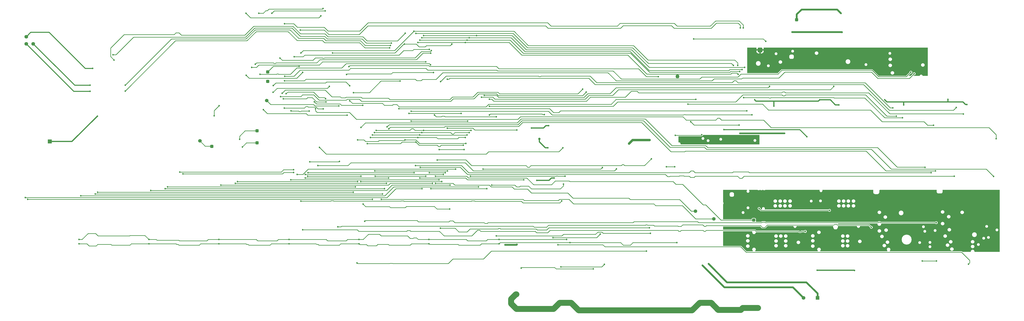
<source format=gbr>
G04 FAB 3000 Version 8.1.40 - Gerber/CAM Software*
G04 RS274-X Output*
%FSLAX35Y35*%
%MIA0B0*%
%MOIN*%
%SFA1.000000B1.000000*%

%IPPOS*%
%AMRECT_ROUNDED85*
4,1,38,0.000000,0.012500,
-0.010250,0.012500,
-0.011549,0.012363,
-0.012792,0.011960,
-0.013924,0.011306,
-0.014895,0.010432,
-0.015663,0.009375,
-0.016194,0.008181,
-0.016466,0.006903,
-0.016500,0.006250,
-0.016500,-0.006250,
-0.016363,-0.007549,
-0.015960,-0.008792,
-0.015306,-0.009924,
-0.014432,-0.010895,
-0.013375,-0.011663,
-0.012181,-0.012194,
-0.010903,-0.012466,
-0.010250,-0.012500,
0.010250,-0.012500,
0.011549,-0.012363,
0.012792,-0.011960,
0.013924,-0.011306,
0.014895,-0.010432,
0.015663,-0.009375,
0.016194,-0.008181,
0.016466,-0.006903,
0.016500,-0.006250,
0.016500,0.006250,
0.016363,0.007549,
0.015960,0.008792,
0.015306,0.009924,
0.014432,0.010895,
0.013375,0.011663,
0.012181,0.012194,
0.010903,0.012466,
0.010250,0.012500,
0.000000,0.012500,
0.000000,0.012500,0.0*
%
%AMRECT_ROUNDED179*
4,1,38,0.000000,0.007874,
-0.008858,0.007874,
-0.009677,0.007788,
-0.010460,0.007534,
-0.011172,0.007122,
-0.011784,0.006571,
-0.012268,0.005906,
-0.012603,0.005154,
-0.012774,0.004349,
-0.012795,0.003937,
-0.012795,-0.003937,
-0.012709,-0.004756,
-0.012455,-0.005538,
-0.012043,-0.006251,
-0.011493,-0.006863,
-0.010827,-0.007347,
-0.010075,-0.007681,
-0.009270,-0.007852,
-0.008858,-0.007874,
0.008858,-0.007874,
0.009677,-0.007788,
0.010460,-0.007534,
0.011172,-0.007122,
0.011784,-0.006571,
0.012268,-0.005906,
0.012603,-0.005154,
0.012774,-0.004349,
0.012795,-0.003937,
0.012795,0.003937,
0.012709,0.004756,
0.012455,0.005538,
0.012043,0.006251,
0.011493,0.006863,
0.010827,0.007347,
0.010075,0.007681,
0.009270,0.007852,
0.008858,0.007874,
0.000000,0.007874,
0.000000,0.007874,0.0*
%
%AMRECT_ROUNDED201*
4,1,38,0.000000,0.040500,
-0.020250,0.040500,
-0.024460,0.040057,
-0.028486,0.038749,
-0.032153,0.036633,
-0.035299,0.033800,
-0.037787,0.030375,
-0.039509,0.026508,
-0.040389,0.022367,
-0.040500,0.020250,
-0.040500,-0.020250,
-0.040057,-0.024460,
-0.038749,-0.028486,
-0.036633,-0.032153,
-0.033800,-0.035299,
-0.030375,-0.037787,
-0.026508,-0.039509,
-0.022367,-0.040389,
-0.020250,-0.040500,
0.020250,-0.040500,
0.024460,-0.040057,
0.028486,-0.038749,
0.032153,-0.036633,
0.035299,-0.033800,
0.037787,-0.030375,
0.039509,-0.026508,
0.040389,-0.022367,
0.040500,-0.020250,
0.040500,0.020250,
0.040057,0.024460,
0.038749,0.028486,
0.036633,0.032153,
0.033800,0.035299,
0.030375,0.037787,
0.026508,0.039509,
0.022367,0.040389,
0.020250,0.040500,
0.000000,0.040500,
0.000000,0.040500,0.0*
%
%AMoval87x72.189_55*
4,1,41,0.025300,0.026700,
0.033800,0.014600,
0.036808,0.009402,
0.038912,0.003778,
0.040053,-0.002118,
0.040200,-0.008121,
0.039349,-0.014066,
0.037523,-0.019787,
0.034773,-0.025125,
0.031176,-0.029934,
0.026830,-0.034078,
0.021857,-0.037444,
0.016394,-0.039938,
0.010593,-0.041491,
0.004615,-0.042060,
-0.001375,-0.041629,
-0.007210,-0.040210,
-0.012729,-0.037842,
-0.017778,-0.034591,
-0.022218,-0.030548,
-0.025300,-0.026700,
-0.033800,-0.014600,
-0.036808,-0.009402,
-0.038912,-0.003778,
-0.040053,0.002118,
-0.040200,0.008121,
-0.039349,0.014066,
-0.037523,0.019787,
-0.034773,0.025125,
-0.031176,0.029934,
-0.026830,0.034078,
-0.021857,0.037444,
-0.016394,0.039938,
-0.010593,0.041491,
-0.004615,0.042060,
0.001375,0.041629,
0.007210,0.040210,
0.012729,0.037842,
0.017778,0.034591,
0.022218,0.030548,
0.025300,0.026700,
0.025300,0.026700,0.0*
%
%AMoval89x72.189_25*
4,1,41,0.007600,0.036200,
0.022800,0.029100,
0.028005,0.026121,
0.032643,0.022319,
0.036585,0.017799,
0.039721,0.012687,
0.041964,0.007124,
0.043252,0.001267,
0.043548,-0.004723,
0.042845,-0.010679,
0.041163,-0.016436,
0.038547,-0.021833,
0.035070,-0.026720,
0.030830,-0.030961,
0.025944,-0.034440,
0.020549,-0.037057,
0.014793,-0.038743,
0.008837,-0.039448,
0.002847,-0.039154,
-0.003011,-0.037869,
-0.007600,-0.036200,
-0.022800,-0.029100,
-0.028005,-0.026121,
-0.032643,-0.022319,
-0.036585,-0.017799,
-0.039721,-0.012687,
-0.041964,-0.007124,
-0.043252,-0.001267,
-0.043548,0.004723,
-0.042846,0.010679,
-0.041163,0.016435,
-0.038547,0.021833,
-0.035070,0.026720,
-0.030830,0.030961,
-0.025944,0.034440,
-0.020549,0.037057,
-0.014793,0.038743,
-0.008837,0.039448,
-0.002847,0.039154,
0.003011,0.037869,
0.007600,0.036200,
0.007600,0.036200,0.0*
%
%AMoval89x72.189_335*
4,1,41,-0.022800,0.029100,
-0.007600,0.036200,
-0.001963,0.038269,
0.003940,0.039374,
0.009944,0.039483,
0.015883,0.038596,
0.021592,0.036735,
0.026913,0.033952,
0.031699,0.030324,
0.035816,0.025953,
0.039151,0.020959,
0.041611,0.015481,
0.043128,0.009671,
0.043659,0.003690,
0.043191,-0.002297,
0.041735,-0.008122,
0.039333,-0.013626,
0.036051,-0.018655,
0.031980,-0.023069,
0.027233,-0.026747,
0.022800,-0.029100,
0.007600,-0.036200,
0.001963,-0.038269,
-0.003940,-0.039374,
-0.009944,-0.039483,
-0.015883,-0.038596,
-0.021592,-0.036735,
-0.026913,-0.033952,
-0.031699,-0.030324,
-0.035816,-0.025953,
-0.039151,-0.020959,
-0.041611,-0.015481,
-0.043128,-0.009671,
-0.043659,-0.003690,
-0.043191,0.002296,
-0.041735,0.008122,
-0.039333,0.013626,
-0.036051,0.018655,
-0.031980,0.023069,
-0.027233,0.026747,
-0.022800,0.029100,
-0.022800,0.029100,0.0*
%
%AMoval87x72.189_305*
4,1,41,-0.033800,0.014600,
-0.025300,0.026700,
-0.021454,0.031309,
-0.016897,0.035217,
-0.011754,0.038314,
-0.006169,0.040514,
-0.000296,0.041756,
0.005702,0.042007,
0.011658,0.041257,
0.017407,0.039530,
0.022791,0.036872,
0.027657,0.033358,
0.031874,0.029085,
0.035322,0.024170,
0.037906,0.018752,
0.039556,0.012980,
0.040224,0.007014,
0.039892,0.001020,
0.038570,-0.004835,
0.036295,-0.010391,
0.033800,-0.014600,
0.025300,-0.026700,
0.021454,-0.031309,
0.016897,-0.035217,
0.011754,-0.038314,
0.006169,-0.040514,
0.000296,-0.041756,
-0.005702,-0.042007,
-0.011658,-0.041257,
-0.017407,-0.039530,
-0.022791,-0.036872,
-0.027657,-0.033358,
-0.031873,-0.029085,
-0.035322,-0.024170,
-0.037906,-0.018752,
-0.039556,-0.012980,
-0.040224,-0.007014,
-0.039892,-0.001020,
-0.038570,0.004835,
-0.036295,0.010391,
-0.033800,0.014600,
-0.033800,0.014600,0.0*
%
%AMOCTAGON212*
4,1,9,-0.011000,0.022000,
-0.022000,0.011000,
-0.022000,-0.011000,
-0.011000,-0.022000,
0.011000,-0.022000,
0.022000,-0.011000,
0.022000,0.011000,
0.011000,0.022000,
-0.011000,0.022000,
-0.011000,0.022000,0.0*
%
%AMRECT_ROUNDED256*
4,1,38,0.000000,0.026500,
-0.013250,0.026500,
-0.016005,0.026210,
-0.018639,0.025354,
-0.021038,0.023969,
-0.023097,0.022116,
-0.024725,0.019875,
-0.025851,0.017344,
-0.026427,0.014635,
-0.026500,0.013250,
-0.026500,-0.013250,
-0.026210,-0.016005,
-0.025354,-0.018639,
-0.023969,-0.021038,
-0.022116,-0.023097,
-0.019875,-0.024725,
-0.017344,-0.025851,
-0.014635,-0.026427,
-0.013250,-0.026500,
0.013250,-0.026500,
0.016005,-0.026210,
0.018639,-0.025354,
0.021038,-0.023969,
0.023097,-0.022116,
0.024725,-0.019875,
0.025851,-0.017344,
0.026427,-0.014635,
0.026500,-0.013250,
0.026500,0.013250,
0.026210,0.016005,
0.025354,0.018639,
0.023969,0.021038,
0.022116,0.023097,
0.019875,0.024725,
0.017344,0.025852,
0.014635,0.026427,
0.013250,0.026500,
0.000000,0.026500,
0.000000,0.026500,0.0*
%
%AMRECT_ROUNDED257*
4,1,38,0.000000,0.028500,
-0.014250,0.028500,
-0.017213,0.028189,
-0.020046,0.027268,
-0.022626,0.025778,
-0.024840,0.023785,
-0.026591,0.021375,
-0.027803,0.018653,
-0.028422,0.015740,
-0.028500,0.014250,
-0.028500,-0.014250,
-0.028189,-0.017213,
-0.027268,-0.020046,
-0.025778,-0.022626,
-0.023785,-0.024840,
-0.021375,-0.026591,
-0.018653,-0.027803,
-0.015740,-0.028422,
-0.014250,-0.028500,
0.014250,-0.028500,
0.017213,-0.028189,
0.020046,-0.027268,
0.022626,-0.025778,
0.024840,-0.023785,
0.026591,-0.021375,
0.027803,-0.018654,
0.028422,-0.015740,
0.028500,-0.014250,
0.028500,0.014250,
0.028189,0.017213,
0.027268,0.020046,
0.025778,0.022626,
0.023785,0.024840,
0.021375,0.026591,
0.018653,0.027803,
0.015740,0.028422,
0.014250,0.028500,
0.000000,0.028500,
0.000000,0.028500,0.0*
%
%AMoval83x68.189_55*
4,1,41,0.023600,0.025600,
0.032100,0.013400,
0.035005,0.008346,
0.037004,0.002870,
0.038037,-0.002867,
0.038074,-0.008696,
0.037115,-0.014446,
0.035187,-0.019947,
0.032348,-0.025038,
0.028680,-0.029569,
0.024291,-0.033406,
0.019311,-0.036437,
0.013887,-0.038572,
0.008178,-0.039748,
0.002351,-0.039931,
-0.003420,-0.039116,
-0.008969,-0.037326,
-0.014129,-0.034615,
-0.018750,-0.031061,
-0.022695,-0.026770,
-0.023600,-0.025600,
-0.032100,-0.013400,
-0.035005,-0.008346,
-0.037004,-0.002870,
-0.038037,0.002867,
-0.038074,0.008696,
-0.037115,0.014446,
-0.035187,0.019948,
-0.032348,0.025038,
-0.028680,0.029569,
-0.024291,0.033406,
-0.019311,0.036437,
-0.013887,0.038572,
-0.008178,0.039748,
-0.002351,0.039931,
0.003420,0.039116,
0.008969,0.037326,
0.014129,0.034615,
0.018750,0.031061,
0.022695,0.026770,
0.023600,0.025600,
0.023600,0.025600,0.0*
%
%AMoval85x68.189_25*
4,1,41,0.006700,0.034400,
0.022000,0.027300,
0.027051,0.024386,
0.031530,0.020653,
0.035305,0.016209,
0.038265,0.011185,
0.040323,0.005730,
0.041419,0.000002,
0.041520,-0.005827,
0.040624,-0.011589,
0.038756,-0.017113,
0.035972,-0.022236,
0.032353,-0.026808,
0.028006,-0.030695,
0.023059,-0.033782,
0.017658,-0.035978,
0.011961,-0.037219,
0.006135,-0.037468,
0.000352,-0.036719,
-0.005217,-0.034992,
-0.006700,-0.034400,
-0.022000,-0.027300,
-0.027051,-0.024386,
-0.031530,-0.020653,
-0.035305,-0.016209,
-0.038265,-0.011185,
-0.040323,-0.005730,
-0.041419,-0.000002,
-0.041520,0.005827,
-0.040624,0.011589,
-0.038756,0.017113,
-0.035972,0.022236,
-0.032353,0.026808,
-0.028006,0.030695,
-0.023059,0.033782,
-0.017658,0.035978,
-0.011961,0.037219,
-0.006135,0.037468,
-0.000352,0.036719,
0.005217,0.034992,
0.006700,0.034400,
0.006700,0.034400,0.0*
%
%AMoval85x68.189_335*
4,1,41,-0.022000,0.027300,
-0.006700,0.034400,
-0.001214,0.036388,
0.004531,0.037410,
0.010366,0.037436,
0.016120,0.036465,
0.021623,0.034526,
0.026715,0.031676,
0.031245,0.027999,
0.035081,0.023602,
0.038110,0.018614,
0.040243,0.013183,
0.041417,0.007467,
0.041597,0.001635,
0.040780,-0.004143,
0.038987,-0.009696,
0.036273,-0.014861,
0.032717,-0.019487,
0.028423,-0.023439,
0.023518,-0.026598,
0.022000,-0.027300,
0.006700,-0.034400,
0.001214,-0.036388,
-0.004531,-0.037410,
-0.010366,-0.037436,
-0.016120,-0.036465,
-0.021623,-0.034526,
-0.026715,-0.031676,
-0.031245,-0.027999,
-0.035081,-0.023602,
-0.038110,-0.018614,
-0.040243,-0.013183,
-0.041417,-0.007467,
-0.041597,-0.001635,
-0.040780,0.004143,
-0.038987,0.009696,
-0.036273,0.014861,
-0.032717,0.019487,
-0.028423,0.023439,
-0.023518,0.026598,
-0.022000,0.027300,
-0.022000,0.027300,0.0*
%
%AMoval83x68.189_305*
4,1,41,-0.032100,0.013400,
-0.023600,0.025600,
-0.019843,0.030061,
-0.015379,0.033814,
-0.010340,0.036750,
-0.004873,0.038782,
0.000860,0.039850,
0.006692,0.039923,
0.012450,0.038999,
0.017967,0.037104,
0.023078,0.034295,
0.027634,0.030654,
0.031501,0.026289,
0.034566,0.021326,
0.036738,0.015914,
0.037953,0.010210,
0.038176,0.004382,
0.037400,-0.001398,
0.035648,-0.006961,
0.032972,-0.012143,
0.032100,-0.013400,
0.023600,-0.025600,
0.019843,-0.030061,
0.015379,-0.033815,
0.010340,-0.036750,
0.004873,-0.038782,
-0.000860,-0.039850,
-0.006692,-0.039923,
-0.012450,-0.038999,
-0.017967,-0.037104,
-0.023078,-0.034295,
-0.027634,-0.030654,
-0.031501,-0.026289,
-0.034566,-0.021326,
-0.036738,-0.015914,
-0.037953,-0.010209,
-0.038176,-0.004381,
-0.037400,0.001398,
-0.035648,0.006961,
-0.032972,0.012143,
-0.032100,0.013400,
-0.032100,0.013400,0.0*
%
%AMRECT_ROUNDED368*
4,1,38,0.000000,0.021654,
-0.005906,0.021654,
-0.007133,0.021524,
-0.008308,0.021143,
-0.009377,0.020526,
-0.010294,0.019700,
-0.011020,0.018701,
-0.011522,0.017573,
-0.011779,0.016365,
-0.011811,0.015748,
-0.011811,-0.015748,
-0.011682,-0.016976,
-0.011300,-0.018150,
-0.010683,-0.019219,
-0.009857,-0.020137,
-0.008858,-0.020862,
-0.007730,-0.021365,
-0.006523,-0.021621,
-0.005906,-0.021654,
0.005906,-0.021654,
0.007133,-0.021524,
0.008307,-0.021143,
0.009377,-0.020526,
0.010294,-0.019700,
0.011020,-0.018701,
0.011522,-0.017573,
0.011779,-0.016365,
0.011811,-0.015748,
0.011811,0.015748,
0.011682,0.016976,
0.011300,0.018150,
0.010683,0.019219,
0.009857,0.020137,
0.008858,0.020862,
0.007730,0.021365,
0.006523,0.021621,
0.005906,0.021654,
0.000000,0.021654,
0.000000,0.021654,0.0*
%
%AMRECT_ROUNDED374*
4,1,42,0.000000,0.052165,
-0.065453,0.052165,
-0.070535,0.051665,
-0.075423,0.050185,
-0.079929,0.047780,
-0.083879,0.044543,
-0.087123,0.040598,
-0.089536,0.036097,
-0.091026,0.031212,
-0.091535,0.026131,
-0.091535,0.026083,
-0.091535,-0.026083,
-0.091035,-0.031165,
-0.089555,-0.036053,
-0.087150,-0.040558,
-0.083913,-0.044509,
-0.079968,-0.047753,
-0.075467,-0.050166,
-0.070582,-0.051656,
-0.065501,-0.052165,
-0.065453,-0.052165,
0.065453,-0.052165,
0.070535,-0.051665,
0.075423,-0.050185,
0.079929,-0.047780,
0.083879,-0.044543,
0.087123,-0.040598,
0.089536,-0.036097,
0.091026,-0.031212,
0.091535,-0.026131,
0.091535,-0.026083,
0.091535,0.026083,
0.091035,0.031165,
0.089555,0.036053,
0.087150,0.040558,
0.083913,0.044509,
0.079968,0.047753,
0.075467,0.050166,
0.070582,0.051656,
0.065501,0.052165,
0.065453,0.052165,
0.000000,0.052165,
0.000000,0.052165,0.0*
%
%AMRECT_ROUNDED382*
4,1,38,0.000000,0.020500,
-0.013250,0.020500,
-0.014757,0.020342,
-0.016199,0.019873,
-0.017511,0.019115,
-0.018638,0.018101,
-0.019529,0.016875,
-0.020145,0.015490,
-0.020460,0.014008,
-0.020500,0.013250,
-0.020500,-0.013250,
-0.020342,-0.014757,
-0.019873,-0.016199,
-0.019115,-0.017511,
-0.018101,-0.018638,
-0.016875,-0.019529,
-0.015490,-0.020145,
-0.014008,-0.020460,
-0.013250,-0.020500,
0.013250,-0.020500,
0.014757,-0.020342,
0.016199,-0.019873,
0.017511,-0.019115,
0.018638,-0.018101,
0.019529,-0.016875,
0.020145,-0.015490,
0.020460,-0.014008,
0.020500,-0.013250,
0.020500,0.013250,
0.020342,0.014757,
0.019873,0.016199,
0.019115,0.017511,
0.018101,0.018638,
0.016875,0.019529,
0.015490,0.020145,
0.014008,0.020460,
0.013250,0.020500,
0.000000,0.020500,
0.000000,0.020500,0.0*
%
%AMRECT_ROUNDED383*
4,1,38,0.000000,0.022500,
-0.014250,0.022500,
-0.015965,0.022320,
-0.017606,0.021787,
-0.019099,0.020924,
-0.020381,0.019770,
-0.021395,0.018375,
-0.022096,0.016799,
-0.022455,0.015112,
-0.022500,0.014250,
-0.022500,-0.014250,
-0.022320,-0.015965,
-0.021787,-0.017606,
-0.020924,-0.019099,
-0.019770,-0.020381,
-0.018375,-0.021395,
-0.016799,-0.022096,
-0.015112,-0.022455,
-0.014250,-0.022500,
0.014250,-0.022500,
0.015965,-0.022320,
0.017606,-0.021787,
0.019099,-0.020924,
0.020381,-0.019770,
0.021395,-0.018375,
0.022096,-0.016799,
0.022455,-0.015112,
0.022500,-0.014250,
0.022500,0.014250,
0.022320,0.015965,
0.021787,0.017606,
0.020924,0.019099,
0.019770,0.020381,
0.018375,0.021395,
0.016799,0.022096,
0.015112,0.022455,
0.014250,0.022500,
0.000000,0.022500,
0.000000,0.022500,0.0*
%
%ADD10C,0.005000*%
%ADD11C,0.010000*%
%ADD12C,0.009843*%
%ADD14C,0.007874*%
%ADD15C,0.006000*%
%ADD16C,0.020000*%
%ADD18C,0.008000*%
%ADD21R,0.010875X0.005512*%
%ADD22R,0.005512X0.010876*%
%ADD23C,0.006938*%
%ADD26R,0.007350X0.014500*%
%ADD27R,0.014500X0.007350*%
%ADD30C,0.009250*%
%ADD47R,0.056850X0.078650*%
%ADD48R,0.026564X0.013465*%
%ADD54R,0.024157X0.007914*%
%ADD58R,0.003910X0.018470*%
%ADD59C,0.005990*%
%ADD60C,0.012314*%
%ADD61C,0.012355*%
%ADD62R,0.003910X0.029037*%
%ADD63C,0.032906*%
%ADD64C,0.027414*%
%ADD75R,0.011625X0.057675*%
%ADD84R,0.033000X0.025000*%
%ADD85RECT_ROUNDED85*%
%ADD86R,0.137795X0.086614*%
%ADD110R,0.023622X0.043307*%
%ADD112R,0.033465X0.023622*%
%ADD129R,0.055118X0.061024*%
%ADD130R,0.055118X0.059055*%
%ADD136R,0.039370X0.043307*%
%ADD145R,0.055118X0.043307*%
%ADD150R,0.043307X0.039370*%
%ADD154R,0.090551X0.090551*%
%ADD158R,0.059055X0.114173*%
%ADD162R,0.047244X0.051181*%
%ADD163R,0.051181X0.047244*%
%ADD164R,0.114173X0.059055*%
%ADD169R,0.039370X0.062992*%
%ADD178R,0.043307X0.055118*%
%ADD179RECT_ROUNDED179*%
%ADD180R,0.025591X0.015748*%
%ADD184R,0.023622X0.033465*%
%ADD190C,0.150000*%
%ADD193C,0.062000*%
%ADD194R,0.062000X0.062000*%
%ADD195C,0.039370*%
%ADD196C,0.066000*%
%ADD197R,0.066000X0.066000*%
%ADD198C,0.064000*%
%ADD200C,0.059055*%
%ADD201RECT_ROUNDED201*%
%ADD204C,0.065000*%
%ADD205R,0.065000X0.065000*%
%ADD206C,0.314961*%
%ADD207oval87x72.189_55*%
%ADD208oval89x72.189_25*%
%ADD209oval89x72.189_335*%
%ADD210oval87x72.189_305*%
%ADD211C,0.044000*%
%ADD212OCTAGON212*%
%ADD213C,0.058000*%
%ADD214R,0.058000X0.058000*%
%ADD215C,0.160000*%
%ADD216C,0.055000*%
%ADD217C,0.045000*%
%ADD218C,0.215000*%
%ADD219C,0.090000*%
%ADD220R,0.057000X0.057000*%
%ADD221C,0.057000*%
%ADD222C,0.096000*%
%ADD223R,0.080000X0.080000*%
%ADD224C,0.080000*%
%ADD225C,0.148000*%
%ADD226C,0.128500*%
%ADD227C,0.146000*%
%ADD228C,0.208661*%
%ADD229C,0.069000*%
%ADD230R,0.069000X0.069000*%
%ADD231C,0.050000*%
%ADD232C,0.032000*%
%ADD234C,0.040000*%
%ADD235C,0.060000*%
%ADD236C,0.030000*%
%ADD237C,0.015000*%
%ADD238C,0.075000*%
%ADD239C,0.018000*%
%ADD240C,0.025000*%
%ADD241C,0.014000*%
%ADD242C,0.023000*%
%ADD244C,0.100000*%
%ADD246C,0.022000*%
%ADD247C,0.017000*%
%ADD255R,0.060000X0.060000*%
%ADD256RECT_ROUNDED256*%
%ADD257RECT_ROUNDED257*%
%ADD258C,0.053000*%
%ADD259oval83x68.189_55*%
%ADD260oval85x68.189_25*%
%ADD261oval85x68.189_335*%
%ADD262oval83x68.189_305*%
%ADD263C,0.195000*%
%ADD264C,0.128000*%
%ADD265C,0.027000*%
%ADD277R,0.022186X0.024154*%
%ADD278R,0.032025X0.059587*%
%ADD280R,0.047775X0.047776*%
%ADD281R,0.071394X0.045806*%
%ADD282C,0.166802*%
%ADD283C,0.167808*%
%ADD285C,0.100863*%
%ADD286R,0.024153X0.022185*%
%ADD287C,0.047921*%
%ADD293C,0.149219*%
%ADD296C,0.082707*%
%ADD298C,0.060676*%
%ADD299R,0.038501X0.038498*%
%ADD301R,0.082000X0.082000*%
%ADD305R,0.024154X0.030057*%
%ADD306R,0.030060X0.024154*%
%ADD309R,0.028092X0.026120*%
%ADD311R,0.019000X0.015001*%
%ADD312R,0.019233X0.014309*%
%ADD314C,0.059507*%
%ADD315C,0.170822*%
%ADD316C,0.060517*%
%ADD317C,0.070605*%
%ADD318R,0.022187X0.033995*%
%ADD320C,0.084724*%
%ADD321R,0.026120X0.028091*%
%ADD324C,0.079737*%
%ADD325C,0.080691*%
%ADD326R,0.030058X0.032028*%
%ADD327C,0.229369*%
%ADD328C,0.116561*%
%ADD329C,0.077664*%
%ADD330R,0.089000X0.089000*%
%ADD331R,0.077000X0.077000*%
%ADD356C,0.089768*%
%ADD360R,0.035001X0.035000*%
%ADD361C,0.078673*%
%ADD362R,0.100000X0.100000*%
%ADD363R,0.078000X0.078000*%
%ADD367R,0.029000X0.161000*%
%ADD368RECT_ROUNDED368*%
%ADD369R,0.070000X0.200000*%
%ADD370R,0.094488X0.129921*%
%ADD371R,0.053150X0.129921*%
%ADD372C,0.267717*%
%ADD373R,0.433071X0.433071*%
%ADD374RECT_ROUNDED374*%
%ADD375R,0.183071X0.104331*%
%ADD376C,0.125000*%
%ADD377R,0.219036X0.219033*%
%ADD378R,0.134173X0.079055*%
%ADD379R,0.014314X0.019230*%
%ADD380C,0.288606*%
%ADD381R,0.033000X0.165000*%
%ADD382RECT_ROUNDED382*%
%ADD383RECT_ROUNDED383*%
%ADD384C,0.041000*%
%ADD385R,0.579625X0.156017*%
%ADD386R,0.038944X0.021454*%
%ADD387R,0.494885X0.112822*%
%ADD388R,0.009343X0.070440*%
%ADD389R,0.026564X0.008702*%
%ADD390R,0.023175X0.062105*%
%ADD391R,0.405774X0.130015*%
%ADD392R,0.011894X0.089666*%
%ADD393R,0.033815X0.011077*%
%ADD394R,0.466047X0.123006*%
%ADD395R,0.418150X0.114700*%
%ADD396R,0.011024X0.057675*%
%ADD397R,0.417901X0.131531*%
%ADD398C,0.036380*%
%ADD399C,0.001959*%
%ADD400R,0.000370X0.000710*%
%ADD401C,0.001359*%
%ADD402R,0.730506X0.156017*%
%ADD403R,0.072876X0.024836*%
%ADD404R,0.029499X0.079055*%
%ADD405R,0.384320X0.130015*%
%ADD406R,0.289400X0.118700*%
%ADD407C,0.018500*%
%ADD408R,0.231250X0.098950*%
%ADD409R,0.240325X0.098950*%
%ADD410R,0.508535X0.111815*%
%ADD411R,0.030594X0.016854*%
%ADD412R,0.377673X0.130015*%
%LNhoriz_0*%
%LPD*%
G36*
X1287382Y473600D02*
G01X1287827Y472935D01*
X1287754Y472761D01*
X1287616Y471710D01*
Y470935D01*
X1299786D01*
Y471710D01*
X1299647Y472761D01*
X1299575Y472935D01*
X1300020Y473600D01*
X1546524D01*
X1546584Y473588D01*
X1546643Y473600D01*
X1554401D01*
X1554458Y473588D01*
X1554516Y473600D01*
X1562273D01*
X1562332Y473588D01*
X1562392Y473600D01*
X1576797D01*
Y425801D01*
X1568407D01*
X1568198Y426304D01*
X1567717Y426931D01*
X1567091Y427412D01*
X1566361Y427714D01*
X1565578Y427817D01*
X1564795Y427714D01*
X1564065Y427412D01*
X1563438Y426931D01*
X1562957Y426304D01*
X1562749Y425801D01*
X1553152D01*
X1552846Y426540D01*
X1553476Y427170D01*
X1553671Y427132D01*
X1554588Y427314D01*
X1555365Y427833D01*
X1555885Y428611D01*
X1556067Y429528D01*
X1555885Y430445D01*
X1555365Y431222D01*
X1554588Y431741D01*
X1553671Y431924D01*
X1552754Y431741D01*
X1551977Y431222D01*
X1551457Y430445D01*
X1551275Y429528D01*
X1551314Y429333D01*
X1547781Y425801D01*
X1545081D01*
X1544775Y426540D01*
X1547965Y429729D01*
X1548159Y429691D01*
X1549076Y429873D01*
X1549853Y430392D01*
X1550373Y431170D01*
X1550555Y432087D01*
X1550373Y433004D01*
X1549853Y433781D01*
X1549076Y434300D01*
X1548159Y434483D01*
X1547242Y434300D01*
X1546465Y433781D01*
X1545946Y433004D01*
X1545763Y432087D01*
X1545802Y431892D01*
X1539839Y425929D01*
X1494333D01*
X1483783Y436480D01*
X1483287Y436812D01*
X1482701Y436928D01*
X1330399D01*
X1329813Y436812D01*
X1329317Y436480D01*
X1323267Y430429D01*
X1272000D01*
Y473600D01*
X1287382D01*
G37*
G36*
X1292800Y326100D02*
G01Y310201D01*
X1207953Y310200D01*
X1207660Y310396D01*
X1206742Y310579D01*
X1205826Y310396D01*
X1205532Y310200D01*
X1160180D01*
X1159529Y311000D01*
X1159585Y311285D01*
X1159403Y312202D01*
X1158884Y312979D01*
X1158106Y313499D01*
X1157189Y313681D01*
X1156800Y313604D01*
X1156000Y314206D01*
Y323949D01*
X1194143D01*
X1194728Y324066D01*
X1194981Y324235D01*
X1195243Y324183D01*
X1196160Y324365D01*
X1196937Y324884D01*
X1197456Y325662D01*
X1197543Y326100D01*
X1292800D01*
G37*
G36*
X1271383Y233700D02*
G01X1271645Y232984D01*
X1271544Y232452D01*
X1271186Y231917D01*
X1271004Y231000D01*
X1271186Y230083D01*
X1271706Y229306D01*
X1272483Y228786D01*
X1273400Y228604D01*
X1274317Y228786D01*
X1275094Y229306D01*
X1275614Y230083D01*
X1275796Y231000D01*
X1275614Y231917D01*
X1275256Y232452D01*
X1275155Y232984D01*
X1275417Y233700D01*
X1289509D01*
X1289706Y233406D01*
X1290483Y232886D01*
X1291400Y232704D01*
X1292317Y232886D01*
X1293094Y233406D01*
X1293291Y233700D01*
X1294263D01*
X1294369Y233542D01*
X1295146Y233023D01*
X1296063Y232840D01*
X1296980Y233023D01*
X1297757Y233542D01*
X1297863Y233700D01*
X1298835D01*
X1299032Y233406D01*
X1299809Y232886D01*
X1300726Y232704D01*
X1301643Y232886D01*
X1302420Y233406D01*
X1302617Y233700D01*
X1394010D01*
X1394295Y233166D01*
X1394368Y232900D01*
X1394204Y232076D01*
X1394387Y231159D01*
X1394906Y230382D01*
X1395683Y229863D01*
X1396600Y229680D01*
X1397517Y229863D01*
X1398294Y230382D01*
X1398814Y231159D01*
X1398996Y232076D01*
X1398832Y232900D01*
X1398905Y233166D01*
X1399190Y233700D01*
X1484527D01*
X1484786Y233404D01*
Y229354D01*
X1484890Y228564D01*
X1485195Y227828D01*
X1485680Y227196D01*
X1486312Y226711D01*
X1487048Y226407D01*
X1487837Y226303D01*
X1491887D01*
X1492677Y226407D01*
X1493413Y226711D01*
X1494045Y227196D01*
X1494530Y227828D01*
X1494834Y228564D01*
X1494938Y229354D01*
Y232900D01*
X1495616Y233700D01*
X1591676D01*
Y230554D01*
X1591780Y229764D01*
X1592085Y229028D01*
X1592570Y228396D01*
X1593201Y227911D01*
X1593937Y227607D01*
X1594727Y227503D01*
X1598777D01*
X1599567Y227607D01*
X1600303Y227911D01*
X1600935Y228396D01*
X1601419Y229028D01*
X1601724Y229764D01*
X1601828Y230554D01*
Y233700D01*
X1697961D01*
Y129001D01*
X1655919D01*
X1655426Y129563D01*
X1655323Y130346D01*
X1655021Y131076D01*
X1654540Y131703D01*
X1653913Y132184D01*
X1653183Y132486D01*
X1652400Y132589D01*
X1651617Y132486D01*
X1650887Y132184D01*
X1650260Y131703D01*
X1649780Y131076D01*
X1649477Y130346D01*
X1649374Y129563D01*
X1648881Y129001D01*
X1635162D01*
X1634781Y129381D01*
X1634285Y129713D01*
X1633700Y129829D01*
X1512742D01*
X1512471Y130629D01*
X1512736Y130833D01*
X1513217Y131459D01*
X1513519Y132189D01*
X1513622Y132972D01*
X1513519Y133756D01*
X1513217Y134485D01*
X1512736Y135112D01*
X1512109Y135593D01*
X1511379Y135895D01*
X1510596Y135998D01*
X1509813Y135895D01*
X1509083Y135593D01*
X1508456Y135112D01*
X1507976Y134485D01*
X1507673Y133756D01*
X1507570Y132972D01*
X1507673Y132189D01*
X1507976Y131459D01*
X1508456Y130833D01*
X1508722Y130629D01*
X1508450Y129829D01*
X1395345D01*
X1395073Y130629D01*
X1395338Y130833D01*
X1395819Y131459D01*
X1396121Y132189D01*
X1396224Y132972D01*
X1396121Y133756D01*
X1395819Y134485D01*
X1395338Y135112D01*
X1394711Y135593D01*
X1393982Y135895D01*
X1393198Y135998D01*
X1392415Y135895D01*
X1391686Y135593D01*
X1391059Y135112D01*
X1390578Y134485D01*
X1390276Y133756D01*
X1390172Y132972D01*
X1390276Y132189D01*
X1390578Y131459D01*
X1391059Y130833D01*
X1391324Y130629D01*
X1391052Y129829D01*
X1285699D01*
X1285427Y130629D01*
X1285692Y130833D01*
X1286173Y131459D01*
X1286476Y132189D01*
X1286579Y132972D01*
X1286476Y133756D01*
X1286173Y134485D01*
X1285692Y135112D01*
X1285066Y135593D01*
X1284336Y135895D01*
X1283553Y135998D01*
X1282770Y135895D01*
X1282040Y135593D01*
X1281413Y135112D01*
X1280932Y134485D01*
X1280630Y133756D01*
X1280527Y132972D01*
X1280630Y132189D01*
X1280932Y131459D01*
X1281413Y130833D01*
X1281678Y130629D01*
X1281407Y129829D01*
X1270934D01*
X1262281Y138481D01*
X1261785Y138813D01*
X1261200Y138929D01*
X1231300D01*
Y163571D01*
X1280128D01*
X1280662Y162771D01*
X1280630Y162693D01*
X1280527Y161909D01*
X1280630Y161126D01*
X1280932Y160397D01*
X1281413Y159770D01*
X1282040Y159289D01*
X1282770Y158987D01*
X1283553Y158884D01*
X1284336Y158987D01*
X1285066Y159289D01*
X1285692Y159770D01*
X1286173Y160397D01*
X1286476Y161126D01*
X1286485Y161201D01*
X1286940Y161917D01*
X1287348Y161926D01*
X1358212D01*
X1358699Y161438D01*
X1359196Y161106D01*
X1359781Y160990D01*
X1362819D01*
X1363404Y161106D01*
X1363901Y161438D01*
X1364334Y161871D01*
X1368310D01*
X1368420Y161706D01*
X1369197Y161186D01*
X1370114Y161004D01*
X1371031Y161186D01*
X1371808Y161706D01*
X1372328Y162483D01*
X1372510Y163400D01*
X1372328Y164317D01*
X1371808Y165094D01*
X1371031Y165614D01*
X1370114Y165796D01*
X1369197Y165614D01*
X1368420Y165094D01*
X1368310Y164929D01*
X1363700D01*
X1363115Y164813D01*
X1362619Y164481D01*
X1362186Y164049D01*
X1360414D01*
X1359927Y164536D01*
X1359430Y164868D01*
X1358845Y164984D01*
X1287579D01*
X1286381Y166181D01*
X1285885Y166513D01*
X1285300Y166629D01*
X1231300D01*
Y171671D01*
X1293969D01*
X1296774Y168866D01*
X1297270Y168534D01*
X1297856Y168418D01*
X1301547D01*
X1302133Y168534D01*
X1302629Y168866D01*
X1306345Y172582D01*
X1349660D01*
X1350316Y171782D01*
X1350292Y171662D01*
X1350475Y170745D01*
X1350994Y169968D01*
X1351771Y169448D01*
X1352688Y169266D01*
X1353605Y169448D01*
X1354383Y169968D01*
X1354902Y170745D01*
X1355084Y171662D01*
X1355060Y171782D01*
X1355717Y172582D01*
X1416713D01*
X1417224Y171951D01*
X1417210Y171782D01*
X1417076Y170768D01*
X1417212Y169736D01*
X1417610Y168774D01*
X1418244Y167949D01*
X1419070Y167315D01*
X1420031Y166917D01*
X1421063Y166781D01*
X1422095Y166917D01*
X1423056Y167315D01*
X1423882Y167949D01*
X1424516Y168774D01*
X1424914Y169736D01*
X1425050Y170768D01*
X1424916Y171782D01*
X1424902Y171951D01*
X1425412Y172582D01*
X1456722D01*
X1457379Y171782D01*
X1457355Y171662D01*
X1457537Y170745D01*
X1458057Y169967D01*
X1458834Y169448D01*
X1459751Y169266D01*
X1460668Y169448D01*
X1461445Y169967D01*
X1461965Y170745D01*
X1462147Y171662D01*
X1462123Y171782D01*
X1462780Y172582D01*
X1477055D01*
X1479143Y170494D01*
X1479104Y170300D01*
X1479287Y169383D01*
X1479806Y168606D01*
X1480583Y168086D01*
X1481500Y167904D01*
X1482417Y168086D01*
X1483194Y168606D01*
X1483714Y169383D01*
X1483896Y170300D01*
X1483714Y171217D01*
X1483194Y171994D01*
X1482417Y172514D01*
X1481500Y172696D01*
X1481306Y172657D01*
X1478770Y175193D01*
X1478274Y175525D01*
X1477688Y175641D01*
X1425262D01*
X1425143Y175820D01*
X1425570Y176620D01*
X1491223D01*
X1491925Y175820D01*
X1491921Y175787D01*
X1492024Y175004D01*
X1492326Y174274D01*
X1492807Y173648D01*
X1493434Y173167D01*
X1494163Y172865D01*
X1494947Y172762D01*
X1495730Y172865D01*
X1496459Y173167D01*
X1497086Y173648D01*
X1497567Y174274D01*
X1497869Y175004D01*
X1497972Y175787D01*
X1497968Y175820D01*
X1498670Y176620D01*
X1589303D01*
X1589413Y176455D01*
X1590190Y175936D01*
X1591107Y175754D01*
X1592024Y175936D01*
X1592801Y176455D01*
X1593321Y177233D01*
X1593503Y178150D01*
X1593321Y179066D01*
X1592801Y179844D01*
X1592024Y180363D01*
X1591107Y180546D01*
X1590190Y180363D01*
X1589413Y179844D01*
X1589303Y179679D01*
X1497602D01*
X1497312Y179969D01*
X1496816Y180300D01*
X1496231Y180417D01*
X1493662D01*
X1493077Y180300D01*
X1492581Y179969D01*
X1492291Y179679D01*
X1303484D01*
X1303229Y179934D01*
X1302732Y180266D01*
X1302147Y180382D01*
X1297053D01*
X1296468Y180266D01*
X1295971Y179934D01*
X1295716Y179679D01*
X1287160D01*
X1286651Y180479D01*
X1286767Y181057D01*
Y183707D01*
X1286586Y184614D01*
X1286072Y185383D01*
X1285303Y185897D01*
X1284396Y186077D01*
X1281746D01*
X1280839Y185897D01*
X1280070Y185383D01*
X1279556Y184614D01*
X1279416Y183911D01*
X1231300D01*
Y209169D01*
X1231621Y209587D01*
X1231923Y210317D01*
X1232026Y211100D01*
X1231923Y211883D01*
X1231621Y212613D01*
X1231300Y213031D01*
Y233700D01*
X1271383D01*
G37*
%LNhoriz_1*%
%LPC*%
G36*
X1247468Y229374D02*
G01X1244818D01*
X1243910Y229194D01*
X1243141Y228680D01*
X1242627Y227911D01*
X1242447Y227004D01*
Y224354D01*
X1242627Y223447D01*
X1243141Y222677D01*
X1243910Y222164D01*
X1244818Y221983D01*
X1247468D01*
X1248375Y222164D01*
X1249144Y222677D01*
X1249658Y223447D01*
X1249838Y224354D01*
Y227004D01*
X1249658Y227911D01*
X1249144Y228680D01*
X1248375Y229194D01*
X1247468Y229374D01*
G37*
G54D324*
X1655281Y157776D03*
G54D316*
X1393198Y161909D03*
G36*
X1292451Y468435D02*
G01X1287616D01*
Y467660D01*
X1287754Y466609D01*
X1288160Y465630D01*
X1288805Y464789D01*
X1289646Y464144D01*
X1290625Y463739D01*
X1291676Y463600D01*
X1292451D01*
Y468435D01*
G37*
G54D324*
X1290580Y446850D03*
G54D287*
X1284900Y316732D03*
X1205943Y316379D03*
X1197343Y320079D03*
X1227512Y318779D03*
G54D316*
X1601639Y196161D03*
X1634832Y195669D03*
X1611876Y188091D03*
X1505183Y187402D03*
X1494947Y195472D03*
G54D324*
X1531594Y194488D03*
G54D316*
X1273120Y138583D03*
X1320650Y139124D03*
X1336890D03*
X1433465D03*
X1441535D03*
X1382765Y138583D03*
X1652400Y137781D03*
X1617289Y133661D03*
G54D287*
X1580315Y137500D03*
G54D316*
X1503214Y139468D03*
G54D287*
X1661938Y141337D03*
G54D316*
X1609907Y140157D03*
G54D287*
X1569464Y171268D03*
X1676157Y171957D03*
G36*
X1299786Y468435D02*
G01X1294951D01*
Y463600D01*
X1295726D01*
X1296777Y463739D01*
X1297756Y464144D01*
X1298597Y464789D01*
X1299242Y465630D01*
X1299647Y466609D01*
X1299786Y467660D01*
Y468435D01*
G37*
G54D316*
X1327953Y449114D03*
G54D287*
X1307706Y442991D03*
X1348848Y467594D03*
G36*
X1348205Y461865D02*
G01X1345555D01*
X1344647Y461684D01*
X1343878Y461171D01*
X1343364Y460401D01*
X1343184Y459494D01*
Y456844D01*
X1343364Y455937D01*
X1343878Y455168D01*
X1344647Y454654D01*
X1345555Y454474D01*
X1348205D01*
X1349112Y454654D01*
X1349881Y455168D01*
X1350395Y455937D01*
X1350575Y456844D01*
Y459494D01*
X1350395Y460401D01*
X1349881Y461171D01*
X1349112Y461684D01*
X1348205Y461865D01*
G37*
G54D316*
X1388976Y464075D03*
G54D287*
X1320675Y463189D03*
G54D316*
X1517155Y430937D03*
G54D287*
X1472319Y444882D03*
G54D324*
X1442028Y449902D03*
G54D316*
X1513285Y454035D03*
G54D287*
X1512600Y464000D03*
G54D316*
X1513285Y443701D03*
X1568374Y444193D03*
G54D287*
X1273500Y203200D03*
X1265100Y195300D03*
G54D316*
X1319512Y206595D03*
X1344315D03*
X1327682D03*
X1335752D03*
G36*
X1299410Y204462D02*
G01X1298493Y204280D01*
X1297715Y203760D01*
X1297196Y202983D01*
X1297014Y202066D01*
X1297180Y201229D01*
X1297137Y201007D01*
X1296828Y200429D01*
X1295926D01*
X1294484Y201872D01*
X1294522Y202066D01*
X1294340Y202983D01*
X1293820Y203760D01*
X1293043Y204280D01*
X1292126Y204462D01*
X1291209Y204280D01*
X1290432Y203760D01*
X1289912Y202983D01*
X1289730Y202066D01*
X1289912Y201149D01*
X1290432Y200372D01*
X1291209Y199853D01*
X1292126Y199670D01*
X1292321Y199709D01*
X1294211Y197819D01*
X1294707Y197487D01*
X1295292Y197371D01*
X1409096D01*
X1409206Y197206D01*
X1409983Y196686D01*
X1410900Y196504D01*
X1411817Y196686D01*
X1412594Y197206D01*
X1413114Y197983D01*
X1413296Y198900D01*
X1413114Y199817D01*
X1412594Y200594D01*
X1411817Y201114D01*
X1410900Y201296D01*
X1409983Y201114D01*
X1409206Y200594D01*
X1409096Y200429D01*
X1301991D01*
X1301682Y201007D01*
X1301639Y201229D01*
X1301806Y202066D01*
X1301623Y202983D01*
X1301104Y203760D01*
X1300327Y204280D01*
X1299410Y204462D01*
G37*
G54D316*
X1442815Y206594D03*
X1451378D03*
X1426575D03*
X1434744D03*
X1442815Y214665D03*
X1426575D03*
X1434744D03*
G54D287*
X1380200Y214700D03*
X1395738Y214907D03*
G54D316*
X1451378Y214665D03*
X1335752D03*
X1344315D03*
X1327682D03*
X1319512D03*
X1273120Y147441D03*
Y155807D03*
G54D287*
X1679163Y153099D03*
G54D316*
X1499474Y154724D03*
X1606167Y155413D03*
X1441535Y155561D03*
X1382765Y155807D03*
X1336890Y155561D03*
X1328819D03*
X1433465D03*
X1320650D03*
X1441535Y147342D03*
X1320650Y147343D03*
X1433465Y147342D03*
X1336890Y147343D03*
G54D287*
X1670895Y151918D03*
G54D316*
X1382765Y147441D03*
G54D283*
X1541142Y149606D03*
G54D316*
X1508628Y145177D03*
X1615321Y145866D03*
X1652400Y146000D03*
G54D287*
X1562894Y144587D03*
X1580413Y144980D03*
G54D316*
X1462009Y146556D03*
X1358268Y144980D03*
X1601639Y176476D03*
X1506265Y165453D03*
X1494947Y164075D03*
G54D287*
X1588900Y165000D03*
X1571800Y163700D03*
X1693484Y165716D03*
G54D316*
X1612958Y166142D03*
%LNhoriz_2*%
%LPD*%
G54D265*
X1196300Y106200D03*
G54D236*
X1206650Y108750D02*
G01X1237800Y77600D01*
X1196300Y106200D02*
G01X1233300Y69200D01*
G54D11*
X1026636Y103436D02*
G01X1031100Y107900D01*
X796250Y279350D02*
G01X810100Y265500D01*
X790000Y274500D02*
G01X802000Y262500D01*
X788200Y271500D02*
G01X800200Y259500D01*
X522400D02*
G01X531400Y268500D01*
G54D265*
X826400D03*
X779900D03*
X506630Y267426D03*
G54D11*
X531400Y268500D02*
G01X779900D01*
G54D265*
X175689Y358020D03*
G54D16*
X132708Y315039D02*
G01X175689Y358020D01*
G54D11*
X761100Y357900D02*
G01X762000Y357000D01*
X756100D02*
G01X757000Y357900D01*
X747300Y357000D02*
G01X756100D01*
X744300Y360000D02*
G01X747300Y357000D01*
X601100Y364200D02*
G01X612750Y352550D01*
X762000Y357000D02*
G01X848900D01*
G54D265*
X848856D03*
G54D11*
X735700Y262500D02*
G01X762598D01*
X643700Y265500D02*
G01X766437D01*
X620177Y247500D02*
G01X756853D01*
X502067Y250500D02*
G01X751900D01*
X672800Y241500D02*
G01X770753D01*
X675600Y238500D02*
G01X818647D01*
X526378Y259500D02*
G01X759500D01*
X738287Y235487D02*
G01X832647D01*
X719800Y253500D02*
G01X797100D01*
X736000Y446500D02*
G01X737800Y444700D01*
G54D265*
D03*
X729700Y449500D03*
G54D11*
X714100Y453200D02*
G01X725002Y464102D01*
X711700Y456300D02*
G01X722300Y466900D01*
X684600Y460800D02*
G01X692500Y468700D01*
X737600Y466900D02*
G01X739100Y468400D01*
X627000Y473200D02*
G01X668600D01*
X692500Y468700D02*
G01X707600D01*
D02*
G01X709400Y470500D01*
D02*
G01X735700D01*
X718300Y475000D02*
G01X728800D01*
G54D265*
X668600Y473200D03*
X735700Y470500D03*
X739100Y468400D03*
G54D11*
X725002Y464102D02*
G01X738102D01*
X722300Y466900D02*
G01X737600D01*
G54D265*
X738102Y464102D03*
X669900Y477300D03*
G54D11*
X728800Y475000D02*
G01X730700Y476900D01*
X713843Y479457D02*
G01X718300Y475000D01*
X677800Y464400D02*
G01X692531Y479131D01*
X677092Y468392D02*
G01X709800Y501100D01*
X618200Y482000D02*
G01X627000Y473200D01*
X771100Y476900D02*
G01X773800Y479600D01*
X730700Y476900D02*
G01X771100D01*
X627500Y477300D02*
G01X669900D01*
G54D265*
X796284Y482087D03*
X773800Y479600D03*
G54D11*
X693857Y479457D02*
G01X713843D01*
X693531Y479131D02*
G01X693857Y479457D01*
G54D265*
X716346Y482087D03*
X693857Y479457D03*
X671600Y481200D03*
G54D11*
X716346Y482087D02*
G01X796284D01*
X629300Y481200D02*
G01X671600D01*
X692531Y479131D02*
G01X693531D01*
X619700Y485100D02*
G01X627500Y477300D01*
X682200Y485000D02*
G01X695200Y498000D01*
G54D265*
X719594Y486221D03*
G54D11*
X622300Y488200D02*
G01X629300Y481200D01*
X623800Y492000D02*
G01X630800Y485000D01*
D02*
G01X682200D01*
G54D265*
X799532Y486221D03*
G54D11*
X666600Y241500D02*
G01X669600Y244500D01*
G54D265*
X147736Y223500D03*
G54D11*
X55178Y220306D02*
G01X55373Y220500D01*
X54262Y220306D02*
G01X55178D01*
X53937Y219980D02*
G01X54262Y220306D01*
G54D265*
X53937Y220480D03*
X57974Y217500D03*
G54D11*
D02*
G01X639700D01*
X55373Y220500D02*
G01X664300D01*
G54D265*
X654800Y217500D03*
G54D11*
X688300Y214961D02*
G01X692500D01*
X147736Y223500D02*
G01X660600D01*
G54D265*
X639700Y217700D03*
G54D11*
X569900Y215100D02*
G01X573700D01*
X664300Y220500D02*
G01X679300Y235500D01*
X660600Y223500D02*
G01X675600Y238500D01*
G54D265*
X656700Y226500D03*
X172173D03*
G54D11*
X670000Y339100D02*
G01X760900D01*
X631100Y311500D02*
G01X686900D01*
X651173Y316773D02*
G01X693589D01*
X636346Y322000D02*
G01X716284D01*
X639594Y326134D02*
G01X718432D01*
X642940Y330169D02*
G01X721779D01*
X646090Y333811D02*
G01X702700D01*
X561650Y293950D02*
G01X831650D01*
X627819Y346519D02*
G01X801724D01*
X603350Y279350D02*
G01X796250D01*
X900200Y253500D02*
G01X911600Y242100D01*
X911024Y395700D02*
G01X911107Y395617D01*
G54D16*
X907922Y337980D02*
G01X928398D01*
G54D11*
X1472800Y298900D02*
G01X1506000Y265700D01*
X1675400Y268700D02*
G01X1687800Y256300D01*
X1048024Y265500D02*
G01X1051345Y268821D01*
X969398Y228102D02*
G01X978036Y219464D01*
X1074600Y217200D02*
G01X1158000D01*
G54D265*
X1296063Y219882D03*
G54D11*
X1072336Y219464D02*
G01X1074600Y217200D01*
X953242Y215642D02*
G01X955300Y217700D01*
D02*
G01X971400D01*
X978036Y219464D02*
G01X1072336D01*
X956800Y235050D02*
G01X961978Y240228D01*
X1275555Y262600D02*
G01X1582300D01*
X1266830Y256500D02*
G01X1621500D01*
G54D265*
X1582300Y262500D03*
X1589800Y265600D03*
G54D11*
X1506000Y265700D02*
G01X1589800D01*
G54D265*
X1621500Y256500D03*
X1687800Y256300D03*
G54D11*
X948200Y248400D02*
G01X971800D01*
G54D265*
X961978Y243338D03*
G54D11*
X971800Y248400D02*
G01X972671Y247529D01*
X961978Y240228D02*
G01Y243338D01*
G54D265*
X964700Y256500D03*
G54D11*
X952414D02*
G01X964700D01*
X952018Y256895D02*
G01X952414Y256500D01*
X949989Y256895D02*
G01X952018D01*
X949593Y256500D02*
G01X949989Y256895D01*
X972671Y247529D02*
G01X1147071D01*
X172700Y160000D02*
G01X176713Y155987D01*
G54D234*
X1239400Y159700D03*
G54D11*
X149606Y149705D02*
G01X159902Y160000D01*
X752800Y163600D02*
G01X760600Y155800D01*
X807300D02*
G01X816900Y165400D01*
G54D265*
X1108800Y160100D03*
X1024200Y159019D03*
G54D11*
X1016200Y158500D02*
G01X1020000Y162300D01*
X1018081Y152900D02*
G01X1024200Y159019D01*
G54D234*
X1474800Y158600D03*
G54D11*
X1201900Y208300D02*
G01X1227818Y182382D01*
X1202986Y173200D02*
G01X1294603D01*
X1202649Y165100D02*
G01X1285300D01*
X1190051Y178100D02*
G01X1284868D01*
G54D256*
X1283071Y182382D03*
G54D11*
X1227818D02*
G01X1283071D01*
X1335300Y432300D02*
G01X1481557D01*
X1307800Y368300D02*
G01X1480100D01*
G54D16*
X1394261Y385433D02*
G01X1412367D01*
G54D11*
X1311948Y389300D02*
G01X1418150D01*
X1312400Y338600D02*
G01X1680100D01*
X1336565Y393900D02*
G01X1471700D01*
X1336700Y397300D02*
G01X1477100D01*
X1203218Y301969D02*
G01X1481700D01*
X1205400Y305000D02*
G01X1492000D01*
X1256385Y414315D02*
G01X1471185D01*
X1330399Y435399D02*
G01X1482701D01*
G54D16*
X1286849Y383200D02*
G01X1316919D01*
G54D11*
X1266000Y389300D02*
G01X1308505D01*
G54D237*
X1232600Y335100D02*
G01X1360800D01*
G54D240*
X1262300Y328900D02*
G01X1335000D01*
G54D11*
X1264800Y393900D02*
G01X1330619D01*
X1261300Y428900D02*
G01X1323900D01*
G54D201*
X1293701Y469685D03*
G54D11*
X1228700Y351300D02*
G01X1299700D01*
X1264400Y422300D02*
G01X1325300D01*
X1195535Y424000D02*
G01X1256400D01*
D02*
G01X1261300Y428900D01*
G54D265*
X1256791Y428543D03*
G54D11*
X1246764Y414402D02*
G01X1250068Y417706D01*
X1262806Y420706D02*
G01X1264400Y422300D01*
X1250068Y417706D02*
G01X1252994D01*
X1215906Y420706D02*
G01X1262806D01*
X1212602Y417402D02*
G01X1215906Y420706D01*
X1252994Y417706D02*
G01X1256385Y414315D01*
X1254735Y430600D02*
G01X1256791Y428543D01*
X1246100Y430600D02*
G01X1254735D01*
X1244400Y428900D02*
G01X1246100Y430600D01*
X1000900Y383300D02*
G01X1007500Y389900D01*
G54D265*
X1185400Y386200D03*
G54D11*
X1042620Y378020D02*
G01X1050800Y386200D01*
G54D244*
X987824Y30100D02*
G01X1179120D01*
G54D11*
X1265344Y506940D02*
G01Y511756D01*
X1260344Y506940D02*
G01Y511356D01*
X1258500Y518600D02*
G01X1265344Y511756D01*
G54D265*
Y506940D03*
X1260344D03*
G54D11*
X1256800Y514900D02*
G01X1260344Y511356D01*
X1220100Y514900D02*
G01X1256800D01*
X1218567Y518600D02*
G01X1258500D01*
X1211400Y506200D02*
G01X1220100Y514900D01*
X1209867Y509900D02*
G01X1218567Y518600D01*
G54D265*
X1430170Y531457D03*
X1347800Y499708D03*
G54D256*
X1355512Y520374D03*
G54D236*
X1347800Y499708D02*
G01X1431592D01*
X1355512Y520374D02*
G01Y529912D01*
D02*
G01X1363600Y538000D01*
D02*
G01X1423627D01*
D02*
G01X1430170Y531457D01*
X1431592Y499708D02*
G01X1431600Y499700D01*
G54D265*
D03*
G54D11*
X1100000Y353281D02*
G01X1144981Y308300D01*
X1097000Y350200D02*
G01X1142071Y305129D01*
X1094100Y347200D02*
G01X1143471Y297829D01*
G54D265*
X1172100Y378200D03*
G54D11*
X1046000Y374500D02*
G01X1053400Y381900D01*
X954168Y363868D02*
G01X957015Y366715D01*
X1163706Y356794D02*
G01X1169200Y351300D01*
X1164493Y359794D02*
G01X1165328Y360629D01*
D02*
G01X1167357D01*
D02*
G01X1167886Y360100D01*
G54D265*
X1176800Y348409D03*
G54D11*
D02*
G01X1182410Y342800D01*
G54D265*
X1288769Y322441D03*
X1280600Y323209D03*
X1272762D03*
X1262300Y328900D03*
G54D240*
X1259800D02*
G01X1262300D01*
G54D265*
X1276500Y318200D03*
X1272762Y312700D03*
X1280600D03*
G54D11*
X1202100Y308300D02*
G01X1205400Y305000D01*
X1200057Y305129D02*
G01X1203218Y301969D01*
G54D265*
X1195243Y326579D03*
G54D11*
X1194143Y325479D02*
G01X1195243Y326579D01*
G54D265*
X1232600Y335100D03*
X1266000Y389300D03*
G54D11*
X1252800Y381900D02*
G01X1264800Y393900D01*
G54D265*
X1284616Y385433D03*
G54D16*
D02*
G01X1286849Y383200D01*
G54D265*
X1258400Y342800D03*
G54D11*
X1202786Y360100D02*
G01X1280200D01*
X1271400Y366715D02*
G01X1271443D01*
G54D265*
X1271400D03*
G54D11*
X1202757Y360129D02*
G01X1202786Y360100D01*
X1200728Y360129D02*
G01X1202757D01*
X1200699Y360100D02*
G01X1200728Y360129D01*
G54D265*
X1280200Y360100D03*
G54D11*
X1225500Y354500D02*
G01X1228700Y351300D01*
X1222200Y354500D02*
G01X1225500D01*
X1219000Y351300D02*
G01X1222200Y354500D01*
G54D265*
X720500Y271500D03*
X752403Y301529D03*
G54D11*
X751388Y306559D02*
G01X753417D01*
X752403Y301529D02*
G01X794400D01*
X797484Y284050D02*
G01X807034Y274500D01*
G54D265*
X748900Y284000D03*
G54D11*
Y284050D02*
G01X797484D01*
X831650Y293950D02*
G01X835600Y297900D01*
G54D265*
X794400Y301529D03*
G54D11*
X712450Y274500D02*
G01X790000D01*
X720500Y271500D02*
G01X788200D01*
G54D265*
X712450Y274500D03*
G54D11*
X753417Y306559D02*
G01X755731Y308873D01*
X749074D02*
G01X751388Y306559D01*
X718289Y308873D02*
G01X749074D01*
X712938Y314224D02*
G01X718289Y308873D01*
X755731D02*
G01X792937D01*
G54D265*
D03*
G54D11*
X1076925Y469827D02*
G01X1106704Y440048D01*
X1075512Y463827D02*
G01X1107439Y431900D01*
X1074775Y466827D02*
G01X1106702Y434900D01*
X1070825Y460827D02*
G01X1102752Y428900D01*
X1053000Y509900D02*
G01X1057500Y514400D01*
D02*
G01X1149200D01*
X1058500Y506200D02*
G01X1062800Y510500D01*
D02*
G01X1144500D01*
X1080347Y476968D02*
G01X1104658Y452657D01*
X1144500Y510500D02*
G01X1148800Y506200D01*
X1149200Y514400D02*
G01X1153700Y509900D01*
X1078838Y473327D02*
G01X1105265Y446900D01*
G54D265*
X1181700Y488200D03*
G54D11*
X746900Y419800D02*
G01X758400Y431300D01*
X621241Y382759D02*
G01X771759D01*
X669000Y385800D02*
G01X770500D01*
X684666Y373634D02*
G01X831334D01*
X732886Y435599D02*
G01X849401D01*
X736100Y442000D02*
G01X849200D01*
X701300Y362559D02*
G01X789500D01*
G54D265*
X754744Y416338D03*
G54D11*
X693161Y214300D02*
G01X806239D01*
D02*
G01X806900Y214961D01*
X812000D02*
G01X812761Y214200D01*
D02*
G01X891100D01*
D02*
G01X893600Y211700D01*
G54D265*
X519000Y214500D03*
G54D11*
X569300D02*
G01X569900Y215100D01*
X519000Y214500D02*
G01X569300D01*
X573700Y215100D02*
G01X574300Y214500D01*
D02*
G01X687839D01*
D02*
G01X688300Y214961D01*
X692500D02*
G01X693161Y214300D01*
G54D265*
X1692657Y201257D03*
X1481459Y194327D03*
X1481656Y186257D03*
X1565849Y191330D03*
X1591073Y194032D03*
X1591270Y185961D03*
X1672541Y192019D03*
G54D11*
X840300Y130100D02*
G01X1102000D01*
X827200Y117000D02*
G01X840300Y130100D01*
G54D265*
X1102000D03*
G54D11*
X1261200Y137400D02*
G01X1270300Y128300D01*
X1181200Y265400D02*
G01X1184100Y262500D01*
X1177000Y265400D02*
G01X1181200D01*
X1174100Y262500D02*
G01X1177000Y265400D01*
X1165680Y256500D02*
G01X1174400D01*
X1164930Y257250D02*
G01X1165680Y256500D01*
X1157650Y257250D02*
G01X1164930D01*
X1134100Y259500D02*
G01X1137871Y255729D01*
X1174400Y256500D02*
G01X1176400Y254500D01*
D02*
G01X1182400D01*
D02*
G01X1184500Y256600D01*
X1137871Y255729D02*
G01X1140957D01*
D02*
G01X1141729Y256500D01*
D02*
G01X1156900D01*
D02*
G01X1157650Y257250D01*
X1147071Y247529D02*
G01X1151600Y243000D01*
D02*
G01X1163000D01*
X1184100Y262500D02*
G01X1246983D01*
X1184500Y256600D02*
G01X1255708D01*
X1246983Y262500D02*
G01X1248221Y263738D01*
D02*
G01X1274417D01*
D02*
G01X1275555Y262600D01*
X1255708Y256600D02*
G01X1259579Y252729D01*
D02*
G01X1263059D01*
D02*
G01X1266830Y256500D01*
X1162600Y207000D02*
G01X1184994Y184606D01*
X939300Y165100D02*
G01X1155426D01*
X834800Y178300D02*
G01X1079432D01*
X1029000Y160200D02*
G01X1108800D01*
X937400Y169600D02*
G01X1106890D01*
X936763Y173800D02*
G01X1100259D01*
X800200Y259500D02*
G01X1134100D01*
X826400Y268500D02*
G01X1025009D01*
X810100Y265500D02*
G01X1048024D01*
X802000Y262500D02*
G01X1174100D01*
X907179Y274500D02*
G01X1059559D01*
X835600Y297900D02*
G01X954271D01*
X895758Y215642D02*
G01X953242D01*
X941900Y242100D02*
G01X948200Y248400D01*
X926400Y256500D02*
G01X949593D01*
G54D16*
X941550Y253592D02*
G01X946250D01*
G54D265*
D03*
G54D11*
X907950Y235050D02*
G01X956800D01*
X907998Y228102D02*
G01X969398D01*
X870374Y482087D02*
G01X891634Y460827D01*
X872086Y486220D02*
G01X894480Y463827D01*
X878575Y501181D02*
G01X902788Y476968D01*
X877067Y497540D02*
G01X901279Y473327D01*
X875266Y493898D02*
G01X899337Y469827D01*
X873758Y490256D02*
G01X897187Y466827D01*
G54D244*
X1179120Y30100D02*
G01X1191953Y42933D01*
D02*
G01X1211212D01*
D02*
G01X1223145Y31000D01*
D02*
G01X1261300D01*
D02*
G01X1264400Y34100D01*
D02*
G01X1278619D01*
D02*
G01X1290500D01*
G54D234*
X1270400Y33700D03*
X1278619D03*
X1286837D03*
G54D236*
X1233300Y69200D02*
G01X1348918D01*
X1237800Y77600D02*
G01X1371800D01*
X1348918Y69200D02*
G01X1366937Y51181D01*
X1390559D02*
G01Y58841D01*
G54D265*
X1453200Y97600D03*
X1390158Y97736D03*
G54D193*
X1366937Y51181D03*
G54D194*
X1390559D03*
G54D16*
X1452964Y97736D02*
G01X1453200Y97500D01*
G54D236*
X1371800Y77600D02*
G01X1390559Y58841D01*
G54D16*
X1390158Y97736D02*
G01X1452964D01*
G54D265*
X502067Y250500D03*
X663500Y244500D03*
X620177Y247500D03*
X614700D03*
X412106D03*
X408268Y244500D03*
G54D11*
X412106Y247500D02*
G01X614700D01*
G54D265*
X740900Y244500D03*
G54D11*
X669600D02*
G01X740900D01*
X408268D02*
G01X663500D01*
X172173Y226500D02*
G01X656700D01*
G54D265*
X265846Y232500D03*
G54D11*
D02*
G01X663800D01*
G54D265*
X607500Y229500D03*
X176083D03*
G54D11*
D02*
G01X607500D01*
X663800Y232500D02*
G01X672800Y241500D01*
G54D265*
X290157Y235500D03*
X660100D03*
X723500D03*
X738287Y235487D03*
G54D11*
X679300Y235500D02*
G01X723500D01*
X290157D02*
G01X660100D01*
X294193Y238500D02*
G01X611100D01*
X383957Y241500D02*
G01X666600D01*
G54D265*
X294193Y238500D03*
X383957Y241500D03*
X611100Y238500D03*
G54D11*
X891957Y350200D02*
G01X1097000D01*
X852721Y389617D02*
G01X996717D01*
X846283Y386617D02*
G01X998816D01*
X844300Y383300D02*
G01X1000900D01*
X836080Y378020D02*
G01X1042620D01*
X770289Y421889D02*
G01X1004711D01*
X945332Y363868D02*
G01X954168D01*
X836900Y374500D02*
G01X1046000D01*
X851983Y392617D02*
G01X994293D01*
X911107Y395617D02*
G01X986375D01*
X924020Y425500D02*
G01X1006879D01*
X893200Y347200D02*
G01X1094100D01*
X889394Y356794D02*
G01X1163706D01*
X890681Y353281D02*
G01X1100000D01*
X943106Y359794D02*
G01X1164493D01*
X758400Y431300D02*
G01X1037102D01*
X894480Y463827D02*
G01X1075512D01*
X897187Y466827D02*
G01X1074775D01*
X899337Y469827D02*
G01X1076925D01*
X850700Y434300D02*
G01X1045700D01*
X853200Y438000D02*
G01X1088700D01*
X891634Y460827D02*
G01X1070825D01*
X901279Y473327D02*
G01X1078838D01*
X902788Y476968D02*
G01X1080347D01*
X936100Y506200D02*
G01X1058500D01*
X941200Y509900D02*
G01X1053000D01*
X923274Y424754D02*
G01X924020Y425500D01*
X920706Y424754D02*
G01X923274D01*
X919960Y425500D02*
G01X920706Y424754D01*
X932100Y510200D02*
G01X936100Y506200D01*
X935400Y515700D02*
G01X941200Y509900D01*
X959500Y155900D02*
G01X962100Y158500D01*
X944400Y152900D02*
G01X1018081D01*
X853223Y149705D02*
G01X967520D01*
X632911Y158600D02*
G01X651735D01*
X1031900Y137400D02*
G01X1261200D01*
G54D265*
X1368300Y136100D03*
G54D11*
X1062800Y140300D02*
G01X1074900D01*
X823622Y142422D02*
G01X853223D01*
G54D265*
X883268Y141437D03*
X863484Y140847D03*
X853223Y142422D03*
G54D236*
X882677Y140847D02*
G01X883268Y141437D01*
X863484Y140847D02*
G01X882677D01*
G54D265*
X952600Y141000D03*
G54D11*
D02*
G01X1028300D01*
D02*
G01X1031900Y137400D01*
X1172100Y378200D02*
G01X1297900D01*
X1053400Y381900D02*
G01X1252800D01*
X1182410Y342800D02*
G01X1258400D01*
X1167886Y360100D02*
G01X1200699D01*
X1169200Y351300D02*
G01X1219000D01*
X1167829Y298900D02*
G01X1472800D01*
X1144981Y308300D02*
G01X1202100D01*
X1142071Y305129D02*
G01X1200057D01*
X1150787Y325479D02*
G01X1194143D01*
X957015Y366715D02*
G01X1271400D01*
X1191938Y420402D02*
G01X1195535Y424000D01*
X1107439Y431900D02*
G01X1242600D01*
X1153700Y509900D02*
G01X1209867D01*
X1148800Y506200D02*
G01X1211400D01*
X1104658Y452657D02*
G01X1251083D01*
X1089043Y397157D02*
G01X1330157D01*
X1106704Y440048D02*
G01X1267530D01*
X1106702Y434900D02*
G01X1241100D01*
X1051000Y417402D02*
G01X1212602D01*
X1017976Y414402D02*
G01X1246764D01*
X1050709Y406000D02*
G01X1307466D01*
X1015400Y411200D02*
G01X1468500D01*
X1105265Y446900D02*
G01X1245423D01*
X1181700Y488200D02*
G01X1299202D01*
X1154500Y428900D02*
G01X1244400D01*
X1054591Y402591D02*
G01X1412622D01*
X651735Y158600D02*
G01X654348Y155987D01*
D02*
G01X699109D01*
D02*
G01X703484Y151611D01*
G54D265*
X735113Y149705D03*
G54D11*
X714001Y152693D02*
G01X716989Y149705D01*
D02*
G01X728150D01*
D03*
D02*
G01X735113D01*
D02*
G01X798072D01*
D02*
G01X800350Y147427D01*
X760600Y155800D02*
G01X807300D01*
X709283Y152693D02*
G01X714001D01*
X708202Y151611D02*
G01X709283Y152693D01*
X703484Y151611D02*
G01X708202D01*
X831745Y147427D02*
G01X834023Y149705D01*
X800350Y147427D02*
G01X831745D01*
G54D265*
X848700Y155900D03*
X853223Y149705D03*
G54D11*
X834023D02*
G01X853223D01*
G54D265*
X944400Y152900D03*
G54D11*
X848700Y155900D02*
G01X959500D01*
X855863Y167500D02*
G01X915900D01*
X587742Y172042D02*
G01X911000D01*
X822500Y163600D02*
G01X914500D01*
X933538Y165738D02*
G01X937400Y169600D01*
X915900Y167500D02*
G01X917662Y165738D01*
X912442Y170600D02*
G01X933563D01*
D02*
G01X936763Y173800D01*
X911000Y172042D02*
G01X912442Y170600D01*
X1026900Y162300D02*
G01X1029000Y160200D01*
X1020000Y162300D02*
G01X1026900D01*
X914500Y163600D02*
G01X916800Y161300D01*
D02*
G01X935500D01*
X917662Y165738D02*
G01X933538D01*
X935500Y161300D02*
G01X939300Y165100D01*
G54D265*
X722879Y330169D03*
G54D11*
X776236Y327622D02*
G01X778785Y330170D01*
X722879Y330169D02*
G01X771659D01*
D02*
G01X774206Y327622D01*
G54D265*
X802879Y330170D03*
G54D11*
X778785D02*
G01X802879D01*
X686900Y311500D02*
G01X689624Y314224D01*
D02*
G01X712938D01*
G54D265*
D03*
G54D11*
X713016Y317866D02*
G01X719010Y311873D01*
G54D265*
X716284Y322000D03*
X719533Y326135D03*
G54D11*
D02*
G01X719646Y326022D01*
X693589Y316773D02*
G01X694682Y317866D01*
D02*
G01X713016D01*
G54D265*
X694682D03*
G54D11*
X719646Y326022D02*
G01X799419D01*
X719010Y311873D02*
G01X797300D01*
X716284Y322000D02*
G01X747700D01*
G54D265*
X796285Y322001D03*
X799533Y326135D03*
G54D11*
X796197Y322089D02*
G01X796285Y322001D01*
X785630Y322089D02*
G01X796197D01*
X783289Y319748D02*
G01X785630Y322089D01*
G54D265*
X797300Y311873D03*
G54D11*
X799419Y326022D02*
G01X799533Y326135D01*
X749952Y319748D02*
G01X783289D01*
X774206Y327622D02*
G01X776236D01*
X747700Y322000D02*
G01X749952Y319748D01*
G54D265*
X766044Y420280D03*
G54D11*
X849401Y435599D02*
G01X850700Y434300D01*
X849200Y442000D02*
G01X853200Y438000D01*
X766044Y420280D02*
G01X768680D01*
X754744Y416338D02*
G01X763906Y425500D01*
X768680Y420280D02*
G01X770289Y421889D01*
G54D265*
X1027744Y271235D03*
G54D11*
X1025009Y268500D02*
G01X1027744Y271235D01*
G54D265*
X1051345Y268821D03*
X1149643Y272679D03*
X1135643Y272479D03*
X1110335Y286024D03*
G54D11*
X1149443Y272479D02*
G01X1149643Y272679D01*
X1143471Y297829D02*
G01X1166757D01*
D02*
G01X1167829Y298900D01*
X1098811Y274500D02*
G01X1110335Y286024D01*
X1064931Y274500D02*
G01X1098811D01*
X1063260Y276171D02*
G01X1064931Y274500D01*
X1061230Y276171D02*
G01X1063260D01*
X1059559Y274500D02*
G01X1061230Y276171D01*
X1135643Y272479D02*
G01X1149443D01*
X954271Y297900D02*
G01X960934Y304563D01*
G54D265*
X1150787Y325479D03*
G54D234*
X1162343Y313579D03*
X1167843Y320879D03*
G54D265*
X1107480Y317520D03*
X1072736Y311520D03*
G54D234*
D02*
G01X1078736Y317520D01*
D02*
G01X1107480D01*
G54D265*
X960934Y304563D03*
G54D11*
X598500Y274500D02*
G01X603350Y279350D01*
G54D265*
X583900Y281700D03*
G54D11*
X583440D02*
G01X583900D01*
X582640Y280900D02*
G01X583440Y281700D01*
X533957Y280900D02*
G01X582640D01*
G54D265*
X533957D03*
X547700Y274500D03*
G54D11*
X547300D02*
G01X547700D01*
D02*
G01X598500D01*
G54D265*
X420400Y306008D03*
G54D256*
X368700Y306967D03*
G54D265*
X550500Y305100D03*
G54D11*
D02*
G01X561650Y293950D01*
X705611Y142422D02*
G01X735113D01*
D02*
G01X735518D01*
X821514Y140313D02*
G01X823622Y142422D01*
X785433Y140313D02*
G01X821514D01*
X784355Y141391D02*
G01X785433Y140313D01*
X736549Y141391D02*
G01X784355D01*
X735518Y142422D02*
G01X736549Y141391D01*
G54D265*
X735113Y142422D03*
G54D11*
X618728Y141156D02*
G01X629744D01*
X703502Y140313D02*
G01X705611Y142422D01*
X667660Y140313D02*
G01X703502D01*
X666582Y141391D02*
G01X667660Y140313D01*
X648734Y141391D02*
G01X666582D01*
X646444Y139100D02*
G01X648734Y141391D01*
X631800Y139100D02*
G01X646444D01*
X629744Y141156D02*
G01X631800Y139100D01*
X588200Y439300D02*
G01X595400Y446500D01*
X599900Y435700D02*
G01X602609Y438410D01*
X450100Y428500D02*
G01X477992D01*
G54D265*
X472500Y409500D03*
X472200Y398200D03*
G54D11*
X439500Y509700D02*
G01X505495D01*
G54D265*
X470043Y531528D03*
G54D11*
D02*
G01X473916Y535400D01*
X444400Y448000D02*
G01X472820D01*
X441895Y503695D02*
G01X500705D01*
X440995Y506695D02*
G01X504105D01*
X443716Y500695D02*
G01X497405D01*
X463200Y432700D02*
G01X472300Y441800D01*
X431783Y421922D02*
G01X512048D01*
G54D205*
X95374Y315039D03*
G54D16*
D02*
G01X132708D01*
G54D265*
X415600Y318808D03*
G54D256*
X444900Y333200D03*
Y312800D03*
G54D235*
X348720Y316063D03*
G54D11*
X427192Y312800D02*
G01X444900D01*
X424800Y333200D02*
G01X444900D01*
X348720Y316063D02*
G01X357519Y307264D01*
D02*
G01X368402D01*
D02*
G01X368700Y306967D01*
X415600Y318808D02*
G01Y324000D01*
D02*
G01X424800Y333200D01*
X420400Y306008D02*
G01X427192Y312800D01*
G54D265*
X664500Y339900D03*
X620300Y339000D03*
G54D11*
X667400Y336500D02*
G01X670000Y339100D01*
X620300Y339000D02*
G01X627819Y346519D01*
X664500Y339900D02*
G01X668119Y343519D01*
X649521Y315121D02*
G01X651173Y316773D01*
G54D265*
X636346Y322000D03*
X614743Y317866D03*
G54D11*
D02*
G01X625434D01*
G54D265*
X639594Y326134D03*
X667400Y336500D03*
X646090Y333811D03*
X642940Y330169D03*
G54D11*
X625434Y317866D02*
G01X628179Y315121D01*
D02*
G01X649521D01*
G54D265*
X631100Y311500D03*
X1481500Y170300D03*
G54D234*
X1239400Y169000D03*
G54D11*
X1477688Y174112D02*
G01X1481500Y170300D01*
X1294603Y173200D02*
G01X1297856Y169947D01*
X1301547D02*
G01X1305712Y174112D01*
G54D265*
X522100Y166100D03*
G54D11*
X614113D02*
G01X616613Y163600D01*
X522100Y166100D02*
G01X614113D01*
X159902Y160000D02*
G01X172700D01*
X616613Y163600D02*
G01X697400D01*
G54D265*
X626800Y180506D03*
G54D11*
X715171Y181729D02*
G01X717500Y179400D01*
X626800Y180506D02*
G01X628023Y181729D01*
X697400Y163600D02*
G01X698700Y164900D01*
D02*
G01X703000D01*
D02*
G01X704300Y163600D01*
X586821Y171121D02*
G01X587742Y172042D01*
X581221Y171121D02*
G01X586821D01*
G54D265*
X581221D03*
G54D11*
X628023Y181729D02*
G01X715171D01*
X717500Y179400D02*
G01X768700D01*
X704300Y163600D02*
G01X752800D01*
X446019Y147427D02*
G01X478825D01*
X597802Y149705D02*
G01X617003D01*
X595525Y147427D02*
G01X597802Y149705D01*
X561851D02*
G01X564129Y147427D01*
X498893Y149705D02*
G01X561851D01*
X478825Y147427D02*
G01X481103Y149705D01*
D02*
G01X498893D01*
X617003D02*
G01X624016D01*
D02*
G01X632911Y158600D01*
G54D265*
X498893Y149705D03*
X617003D03*
G54D11*
X564129Y147427D02*
G01X595525D01*
X498893Y142422D02*
G01X544536D01*
G54D265*
X498893D03*
X617003D03*
G54D11*
D02*
G01X617463D01*
X586074D02*
G01X617003D01*
X583965Y140313D02*
G01X586074Y142422D01*
X549212Y140313D02*
G01X583965D01*
X548135Y141391D02*
G01X549212Y140313D01*
X545567Y141391D02*
G01X548135D01*
X544536Y142422D02*
G01X545567Y141391D01*
X617463Y142422D02*
G01X618728Y141156D01*
G54D265*
X567036Y408100D03*
G54D11*
X563867Y404932D02*
G01X567036Y408100D01*
X595030Y415600D02*
G01X601476Y409154D01*
G54D265*
X595900Y428200D03*
G54D11*
X596336D02*
G01X597336Y429200D01*
G54D265*
X601476Y409154D03*
G54D11*
X595900Y428200D02*
G01X596336D01*
G54D265*
X522026Y431900D03*
G54D11*
X562500Y415600D02*
G01X595030D01*
X560650Y413750D02*
G01X562500Y415600D01*
X525000Y417700D02*
G01X527500Y420200D01*
X542800Y375200D02*
G01X582996D01*
X560100Y401900D02*
G01X571400Y390600D01*
X530700Y359600D02*
G01X596900D01*
X546300Y364200D02*
G01X601100D01*
X545459Y378400D02*
G01X585300D01*
X549562Y384950D02*
G01X595550D01*
G54D265*
X582996Y375200D03*
X607800Y397400D03*
X596900Y359600D03*
G54D11*
X587211Y388889D02*
G01X594189D01*
X585500Y390600D02*
G01X587211Y388889D01*
X571400Y390600D02*
G01X585500D01*
X595550Y384950D02*
G01X597007Y386407D01*
X594189Y388889D02*
G01X595100Y389800D01*
X601450Y383957D02*
G01X605907Y379500D01*
G54D265*
X601450Y383957D03*
G54D11*
X585300Y378400D02*
G01X587500Y376200D01*
G54D265*
X623400D03*
G54D11*
X680900Y377400D02*
G01X684666Y373634D01*
G54D265*
X744300Y360000D03*
X701300Y362559D03*
X705000Y366094D03*
X684400Y370400D03*
G54D11*
X674600Y377400D02*
G01X680900D01*
X673500Y376300D02*
G01X674600Y377400D01*
X666699Y388101D02*
G01X669000Y385800D01*
X622399Y388101D02*
G01X666699D01*
X620700Y389800D02*
G01X622399Y388101D01*
X617593Y386407D02*
G01X621241Y382759D01*
X656600Y379500D02*
G01X659800Y376300D01*
D02*
G01X673500D01*
X634541Y397441D02*
G01X654200Y417100D01*
X671500Y429200D02*
G01X674000Y431700D01*
G54D265*
X742685D03*
G54D11*
X674000D02*
G01X742685D01*
X729000Y443100D02*
G01X735000D01*
X730076Y438410D02*
G01X732886Y435599D01*
X735000Y443100D02*
G01X736100Y442000D01*
G54D265*
X686400Y417100D03*
G54D11*
X654200D02*
G01X686400D01*
X712100Y420200D02*
G01X714400Y417900D01*
D02*
G01X722100D01*
D02*
G01X724000Y419800D01*
D02*
G01X746900D01*
X800100Y250500D02*
G01X894900D01*
X840000Y238500D02*
G01X875500D01*
X841100Y241500D02*
G01X880200D01*
X805047Y256500D02*
G01X926400D01*
X801600Y253500D02*
G01X900200D01*
X807034Y274500D02*
G01X898932D01*
X654800Y217500D02*
G01X893900D01*
X748550Y201350D02*
G01X770177D01*
X744200Y205700D02*
G01X748550Y201350D01*
G54D265*
X770177D03*
G54D11*
X670200Y203700D02*
G01X695000D01*
X668600Y205300D02*
G01X670200Y203700D01*
X628100Y205300D02*
G01X668600D01*
X623900Y209500D02*
G01X628100Y205300D01*
X695000Y203700D02*
G01X697000Y205700D01*
G54D265*
X623900Y209500D03*
G54D11*
X697000Y205700D02*
G01X744200D01*
X893600Y211700D02*
G01X955893D01*
X1177799Y197401D02*
G01X1184648D01*
X1117443Y207000D02*
G01X1162600D01*
X1114543Y209900D02*
G01X1117443Y207000D01*
X1197700Y208300D02*
G01X1201900D01*
G54D200*
X1184648Y197401D03*
G54D11*
X979200Y209900D02*
G01X1114543D01*
X618367Y501600D02*
G01X632467Y515700D01*
X617450Y495450D02*
G01X632200Y510200D01*
G54D265*
X722940Y490256D03*
G54D11*
X712938Y497500D02*
G01X712978Y497540D01*
G54D265*
X695200Y498000D03*
X709800Y501100D03*
X712938Y497538D03*
G54D11*
X725894Y493898D03*
G54D265*
D03*
G54D11*
X719594Y486221D02*
G01X799532D01*
X722940Y490256D02*
G01X802879D01*
X709800Y501181D02*
G01X797465D01*
X725894Y493898D02*
G01X806028D01*
G54D265*
X802879Y490256D03*
G54D11*
X824000Y486221D03*
X799532D02*
G01X824000D01*
X805865Y501181D03*
X806028Y493898D03*
G54D265*
X815300Y494000D03*
G54D11*
X597336Y429200D02*
G01X671500D01*
X607800Y397441D02*
G01X634541D01*
X527500Y420200D02*
G01X712100D01*
X597007Y386407D02*
G01X617593D01*
X595100Y389800D02*
G01X620700D01*
X587500Y376200D02*
G01X623400D01*
X605907Y379500D02*
G01X656600D01*
X602609Y438410D02*
G01X730076D01*
X595400Y446500D02*
G01X736000D01*
X558879Y456300D02*
G01X711700D01*
X551100Y453200D02*
G01X714100D01*
X522992Y468392D02*
G01X677092D01*
X572400Y464400D02*
G01X677800D01*
X525500Y460800D02*
G01X684600D01*
X601700Y443100D02*
G01X729000D01*
X564600Y492000D02*
G01X623800D01*
X563700Y488200D02*
G01X622300D01*
X561500Y485100D02*
G01X619700D01*
X558900Y482000D02*
G01X618200D01*
X564835Y501600D02*
G01X618367D01*
X566250Y495450D02*
G01X617450D01*
X555500Y449500D02*
G01X729700D01*
X512048Y421922D02*
G01X522026Y431900D01*
X484712Y391012D02*
G01X518988D01*
D02*
G01X521826Y393850D01*
X478931Y404932D02*
G01X563867D01*
X492600Y401900D02*
G01X560100D01*
X496938Y398700D02*
G01X540235D01*
X462300Y362300D02*
G01X528000D01*
X516431Y365550D02*
G01X518461D01*
D02*
G01X519611Y366700D01*
X491100Y371600D02*
G01X525000D01*
X517800Y435700D02*
G01X599900D01*
X491300Y417700D02*
G01X525000D01*
X476750Y413750D02*
G01X560650D01*
X512200Y439300D02*
G01X588200D01*
X489200Y387300D02*
G01X528500D01*
X467900Y377700D02*
G01X540300D01*
X550250Y444250D02*
G01X555500Y449500D01*
X557500Y489100D02*
G01X561500Y485100D01*
X555500Y485400D02*
G01X558900Y482000D01*
G54D265*
X572400Y464500D03*
G54D11*
X600100Y441500D02*
G01X601700Y443100D01*
G54D265*
X600100Y441500D03*
G54D11*
X523000Y458300D02*
G01X525500Y460800D01*
X558200Y455621D02*
G01X558879Y456300D01*
X556170Y455621D02*
G01X558200D01*
X555491Y456300D02*
G01X556170Y455621D01*
X545900Y448000D02*
G01X551100Y453200D01*
X543400Y456300D02*
G01X555491D01*
X539300Y452200D02*
G01X543400Y456300D01*
X559200Y492700D02*
G01X563700Y488200D01*
X558535Y507900D02*
G01X564835Y501600D01*
X549247Y523747D02*
G01X552700Y527200D01*
G54D265*
X560000Y535400D03*
X556400Y539527D03*
G54D11*
X558400Y503300D02*
G01X566250Y495450D01*
X559850Y496750D02*
G01X564600Y492000D01*
X555273Y538400D02*
G01X556400Y539527D01*
G54D265*
X552700Y527200D03*
G54D11*
X197925Y458375D02*
G01Y473025D01*
Y458375D02*
G01X203600Y452700D01*
G54D237*
X55610Y480020D02*
G01X135655Y399975D01*
X67421Y480020D02*
G01X137212Y410229D01*
X94100Y499400D02*
G01X154900Y438600D01*
G54D11*
X222628Y400313D02*
G01X307415Y485100D01*
X222628Y410249D02*
G01X300679Y488300D01*
X540300Y377700D02*
G01X542800Y375200D01*
X528000Y362300D02*
G01X530700Y359600D01*
G54D265*
X533100Y366700D03*
G54D11*
X543555Y366945D02*
G01Y370500D01*
X519611Y366700D02*
G01X533100D01*
X543555Y366945D02*
G01X546300Y364200D01*
G54D265*
X556600Y370100D03*
G54D11*
X544700Y373200D02*
G01X547800Y370100D01*
X525000Y371600D02*
G01X527500Y374100D01*
D02*
G01X530320D01*
D02*
G01X531220Y373200D01*
D02*
G01X544700D01*
X547800Y370100D02*
G01X556600D01*
G54D265*
X543555Y370500D03*
G54D11*
X541586Y382273D02*
G01X545459Y378400D01*
X540235Y398700D02*
G01X549635Y389300D01*
X540662Y393850D02*
G01X549562Y384950D01*
X521826Y393850D02*
G01X540662D01*
X545790Y381710D02*
G01X561322D01*
G54D265*
X541586Y382273D03*
G54D11*
X528500Y387300D02*
G01X530500Y389300D01*
D02*
G01X538200D01*
X549635D02*
G01X558800D01*
D02*
G01X560700Y387400D01*
G54D265*
D03*
G54D11*
X538200Y389300D02*
G01X545790Y381710D01*
G54D265*
X561322D03*
G54D11*
X507100Y514000D02*
G01X513200Y507900D01*
X472820Y448000D02*
G01X473869Y446951D01*
D02*
G01X475899D01*
D02*
G01X476948Y448000D01*
G54D265*
X516000Y441800D03*
G54D11*
X472300D02*
G01X516000D01*
X497405Y500695D02*
G01X512700Y485400D01*
X500705Y503695D02*
G01X515300Y489100D01*
X504105Y506695D02*
G01X518100Y492700D01*
G54D265*
X507805Y458305D03*
G54D11*
X483800Y456029D02*
G01X487629Y452200D01*
G54D265*
X483800Y456029D03*
G54D11*
X491300Y514000D02*
G01X507100D01*
G54D265*
X491300D03*
G54D11*
X1492000Y305000D02*
G01X1525200Y271800D01*
X1481700Y301969D02*
G01X1514969Y268700D01*
G54D265*
X1571900Y271700D03*
G54D11*
X1692100Y319800D02*
G01Y326600D01*
G54D265*
X1534000Y355100D03*
G54D11*
X1507700Y357900D02*
G01X1523600D01*
X1503900Y355100D02*
G01X1534000D01*
G54D265*
X1692100Y319800D03*
G54D11*
X1680100Y338600D02*
G01X1692100Y326600D01*
X1576300Y342700D02*
G01X1586500D01*
X1570300Y348700D02*
G01X1576300Y342700D01*
X1499700Y348700D02*
G01X1570300D01*
G54D265*
X1586500Y342700D03*
G54D11*
X1525200Y271800D02*
G01X1571900D01*
X1514969Y268700D02*
G01X1675400D01*
X1480100Y368300D02*
G01X1499700Y348700D01*
X1471700Y393900D02*
G01X1507700Y357900D01*
X1470407Y388593D02*
G01X1503900Y355100D01*
G54D265*
X1523600Y357900D03*
X506630Y262931D03*
X319900Y260600D03*
G54D11*
X488100D02*
G01X490431Y262931D01*
G54D265*
X314800Y263700D03*
G54D11*
D02*
G01X486100D01*
D02*
G01X489826Y267426D01*
G54D265*
X512700Y259500D03*
G54D11*
X319900Y260600D02*
G01X488100D01*
X512700Y259500D02*
G01X522400D01*
X490431Y262931D02*
G01X506630D01*
X489826Y267426D02*
G01X506630D01*
G54D265*
X526378Y259500D03*
Y253500D03*
X735700Y262500D03*
X710000D03*
X531000D03*
X643700Y265500D03*
X620300Y256500D03*
X530216D03*
G54D11*
D02*
G01X620300D01*
X526378Y253500D02*
G01X666900D01*
G54D265*
X644488Y256500D03*
X666900Y253500D03*
X719800D03*
X729665Y256500D03*
G54D11*
X644488D02*
G01X729665D01*
X531000Y262500D02*
G01X710000D01*
G54D265*
X751900Y250500D03*
X762598Y262500D03*
X746200Y256500D03*
X756853Y247500D03*
X746000Y244500D03*
G54D11*
X775600D02*
G01X778600Y241500D01*
X746000Y244500D02*
G01X775600D01*
G54D265*
X770753Y241500D03*
X759500Y259500D03*
X766437Y265500D03*
G54D11*
X778600Y241500D02*
G01X837000D01*
X746200Y256500D02*
G01X798600D01*
X797100Y253500D02*
G01X800100Y250500D01*
G54D265*
X805047Y256500D03*
X841100Y241500D03*
G54D11*
X806900Y214961D02*
G01X812000D01*
X837000Y241500D02*
G01X840000Y238500D01*
G54D265*
X818647D03*
G54D11*
X798600Y256500D02*
G01X801600Y253500D01*
G54D265*
X832647Y235487D03*
G54D11*
X426243Y531400D02*
G01X433896Y523747D01*
G54D265*
X448193Y531688D03*
X426243Y531400D03*
G54D11*
X448193Y531688D02*
G01X455688D01*
D02*
G01X459800Y535800D01*
D02*
G01X462400D01*
D02*
G01X465000Y538400D01*
X450832Y523768D02*
G01X450853Y523747D01*
X433896D02*
G01X437711D01*
D02*
G01X437732Y523768D01*
D02*
G01X450832D01*
X515281Y366700D02*
G01X516431Y365550D01*
G54D265*
X491100Y371600D03*
X489300Y387200D03*
G54D11*
X502700Y366700D02*
G01X515281D01*
X502400Y367000D02*
G01X502700Y366700D01*
G54D265*
X502400Y367000D03*
G54D11*
X494150Y395912D02*
G01X496938Y398700D01*
X487350Y396650D02*
G01X492600Y401900D01*
G54D265*
X487300Y396700D03*
X494150Y395912D03*
X484712Y391012D03*
G54D11*
X472200Y398200D02*
G01X478931Y404932D01*
X472500Y409500D02*
G01X476750Y413750D01*
X507400Y425300D02*
G01X517800Y435700D01*
X478695Y429203D02*
G01X480724D01*
X477992Y428500D02*
G01X478695Y429203D01*
X480724D02*
G01X481477Y428450D01*
G54D265*
X491300Y417700D03*
G54D11*
X481477Y428450D02*
G01X501350D01*
X491700Y425300D02*
G01X507400D01*
G54D265*
X491700D03*
G54D11*
X501350Y428450D02*
G01X512200Y439300D01*
G54D265*
X222628Y400313D03*
X163287Y399975D03*
G54D237*
X135655D02*
G01X163287D01*
G54D265*
X381198Y375602D03*
G54D11*
X372700Y367103D02*
G01X381198Y375602D01*
G54D200*
X461400Y384200D03*
G54D11*
D02*
G01X467900Y377700D01*
X455700Y368900D02*
G01X462300Y362300D01*
X372700Y358600D02*
G01Y367103D01*
G54D265*
Y358600D03*
X455700Y368900D03*
G54D11*
X476948Y448000D02*
G01X545900D01*
X507800Y458300D02*
G01X523000D01*
X512700Y485400D02*
G01X555500D01*
X515300Y489100D02*
G01X557500D01*
X448150Y444250D02*
G01X550250D01*
X519046Y464446D02*
G01X522992Y468392D01*
G54D265*
X519046Y464446D03*
G54D11*
X487629Y452200D02*
G01X539300D01*
G54D265*
X518100Y503300D03*
G54D11*
D02*
G01X558400D01*
X518445Y496750D02*
G01X559850D01*
X518100Y492700D02*
G01X559200D01*
X473916Y535400D02*
G01X560000D01*
X465000Y538400D02*
G01X555273D01*
X450853Y523747D02*
G01X549247D01*
X505495Y509700D02*
G01X518445Y496750D01*
X513200Y507900D02*
G01X558535D01*
G54D265*
X202000Y461592D03*
G54D193*
X67421Y480020D03*
X55610Y491831D03*
Y480020D03*
G54D11*
X206892Y461592D02*
G01X236600Y491300D01*
X202000Y461592D02*
G01X206892D01*
X197925Y473025D02*
G01X220600Y495700D01*
G54D237*
X55610Y491831D02*
G01X63179Y499400D01*
D02*
G01X94100D01*
G54D11*
X236600Y491300D02*
G01X425600D01*
X220600Y495700D02*
G01X305300D01*
X307415Y485100D02*
G01X428121D01*
X305300Y495700D02*
G01X308197Y498597D01*
X300679Y488300D02*
G01X426500D01*
X425600Y491300D02*
G01X440995Y506695D01*
X426500Y488300D02*
G01X441895Y503695D01*
X428121Y485100D02*
G01X443716Y500695D01*
X308197Y498597D02*
G01X313403D01*
D02*
G01X317300Y494700D01*
D02*
G01X424500D01*
D02*
G01X439500Y509700D01*
G54D265*
X450100Y428500D03*
X426753Y426953D03*
G54D11*
D02*
G01X431783Y421922D01*
X463200Y416500D02*
G01X463450Y416750D01*
G54D256*
X463200Y416500D03*
G54D237*
X137212Y410229D02*
G01X163357D01*
G54D265*
D03*
X222628Y410249D03*
G54D256*
X463200Y432700D03*
G54D265*
X442005Y445605D03*
G54D11*
D02*
G01X444400Y448000D01*
X444200Y440300D02*
G01X448150Y444250D01*
X436000Y440300D02*
G01X444200D01*
G54D265*
X436000D03*
G54D237*
X154900Y438600D02*
G01X167549D01*
G54D265*
D03*
X203600Y452700D03*
G54D11*
X349854Y142422D02*
G01X380782D01*
X431102Y140313D02*
G01X466986D01*
X430024Y141391D02*
G01X431102Y140313D01*
X427457Y141391D02*
G01X430024D01*
X426426Y142422D02*
G01X427457Y141391D01*
X380782Y142422D02*
G01X426426D01*
X469095D02*
G01X498893D01*
X466986Y140313D02*
G01X469095Y142422D01*
G54D265*
X380782D03*
G54D11*
X199746Y140313D02*
G01X230719D01*
X198669Y141391D02*
G01X199746Y140313D01*
X173700Y138900D02*
G01X176191Y141391D01*
X161592Y138900D02*
G01X173700D01*
X158071Y142421D02*
G01X161592Y138900D01*
X144562Y142421D02*
G01X158071D01*
X176191Y141391D02*
G01X198669D01*
X230719Y140313D02*
G01X232828Y142421D01*
G54D265*
X144562D03*
G54D11*
X232828D02*
G01X262672D01*
G54D265*
D03*
G54D11*
X312992Y140313D02*
G01X347745D01*
X311913Y141391D02*
G01X312992Y140313D01*
X309346Y141391D02*
G01X311913D01*
X308316Y142421D02*
G01X309346Y141391D01*
X262672Y142421D02*
G01X308316D01*
X347745Y140313D02*
G01X349854Y142422D01*
G54D265*
X1309734Y408268D03*
G54D11*
X1307466Y406000D02*
G01X1309734Y408268D01*
X1325300Y422300D02*
G01X1335300Y432300D01*
X1323900Y428900D02*
G01X1330399Y435399D01*
G54D265*
X1308951Y471746D03*
G54D234*
X1366634Y464075D03*
G54D265*
X1316600Y434300D03*
G54D11*
X1299202Y488200D02*
G01X1303248Y484154D01*
G54D265*
D03*
X1301407Y458291D03*
G54D11*
X1299700Y351300D02*
G01X1312400Y338600D01*
G54D16*
X1316919Y374929D02*
G01Y383200D01*
G54D11*
X1297900Y378200D02*
G01X1307800Y368300D01*
X1308505Y389300D02*
G01X1309211Y388593D01*
G54D265*
X1335000Y328838D03*
G54D11*
X1330157Y397157D02*
G01X1331900Y398900D01*
X1330619Y393900D02*
G01X1332308Y392211D01*
X1331900Y398900D02*
G01X1335100D01*
X1332308Y392211D02*
G01X1334876D01*
D02*
G01X1336565Y393900D01*
X1335100Y398900D02*
G01X1336700Y397300D01*
G54D265*
X1316919Y374929D03*
G54D11*
X1309211Y388593D02*
G01X1311241D01*
D02*
G01X1311948Y389300D01*
G54D16*
X1316919Y383200D02*
G01Y383209D01*
D02*
G01X1361882D01*
G54D265*
X1372700Y323200D03*
G54D237*
X1360800Y335100D02*
G01X1372700Y323200D01*
G54D16*
X1391928Y383100D02*
G01X1394261Y385433D01*
G54D265*
D03*
G54D16*
X1361882Y383209D02*
G01X1361992Y383100D01*
D02*
G01X1391928D01*
G54D11*
X1471185Y414315D02*
G01X1513512Y371988D01*
X1468500Y411200D02*
G01X1511700Y368000D01*
X1412622Y402591D02*
G01X1418200Y408169D01*
G54D265*
X1426565Y376929D03*
G54D11*
X1477100Y397300D02*
G01X1512677Y361723D01*
G54D16*
X1420871Y376929D02*
G01X1426565D01*
X1412367Y385433D02*
G01X1420871Y376929D01*
G54D265*
X1517864Y371988D03*
X1503927Y385433D03*
G54D16*
D02*
G01X1507588Y381772D01*
G54D11*
X1418150Y389300D02*
G01X1418857Y388593D01*
D02*
G01X1470407D01*
G54D265*
X1418200Y408169D03*
G54D11*
X1513512Y371988D02*
G01X1517864D01*
G54D16*
X1507588Y381772D02*
G01X1536024D01*
G54D11*
X1511700Y368000D02*
G01X1619880D01*
X1512677Y361723D02*
G01X1636700D01*
G54D265*
X836973Y359883D03*
X836900Y374500D03*
X789500Y362559D03*
G54D11*
X836973Y359883D02*
G01X838689Y361600D01*
X757000Y357900D02*
G01X761100D01*
X831334Y373634D02*
G01X835900Y378200D01*
D02*
G01X836080Y378020D01*
G54D244*
X873585Y41506D02*
G01Y49045D01*
Y41506D02*
G01X882591Y32500D01*
D02*
G01X945300D01*
D02*
G01X955733Y42932D01*
D02*
G01X974992D01*
D02*
G01X987824Y30100D01*
X873585Y49045D02*
G01X881627Y57087D01*
D02*
G01X882685D01*
G54D193*
D03*
G54D265*
X957864Y103436D03*
X890700Y101600D03*
X1012400Y100200D03*
G54D11*
X957864Y103436D02*
G01X1026636D01*
X949700Y100200D02*
G01X1012400D01*
X947200Y102700D02*
G01X949700Y100200D01*
X891800Y102700D02*
G01X947200D01*
X890700Y101600D02*
G01X891800Y102700D01*
G54D265*
X1106890Y169600D03*
G54D11*
X1114043Y173800D02*
G01X1115391Y172452D01*
X1104058Y173800D02*
G01X1114043D01*
X1103173Y174684D02*
G01X1104058Y173800D01*
X1101144Y174684D02*
G01X1103173D01*
X1100259Y173800D02*
G01X1101144Y174684D01*
X1079432Y178300D02*
G01X1080932Y179800D01*
X1115391Y172452D02*
G01X1155100D01*
X1080932Y179800D02*
G01X1188351D01*
X1155829Y171723D02*
G01X1160423D01*
X1155100Y172452D02*
G01X1155829Y171723D01*
X1160423D02*
G01X1163400Y174700D01*
X1160326Y164890D02*
G01Y165100D01*
X1158891Y163455D02*
G01X1160326Y164890D01*
X1156861Y163455D02*
G01X1158891D01*
X1155426Y164890D02*
G01X1156861Y163455D01*
X1155426Y164890D02*
G01Y165100D01*
X1163400Y174700D02*
G01X1196897D01*
X1160326Y165100D02*
G01X1197749D01*
G54D200*
X1215554Y184606D03*
G54D11*
X1184994D02*
G01X1215554D01*
X1201706Y171920D02*
G01X1202986Y173200D01*
X1202649Y165087D02*
G01Y165100D01*
X1199184Y163652D02*
G01X1201214D01*
X1188351Y179800D02*
G01X1190051Y178100D01*
X1196897Y174700D02*
G01X1199677Y171920D01*
D02*
G01X1201706D01*
X1197749Y165087D02*
G01X1199184Y163652D01*
X1197749Y165087D02*
G01Y165100D01*
X1201214Y163652D02*
G01X1202649Y165087D01*
G54D265*
X994400Y403642D03*
G54D11*
X1040709Y396000D02*
G01X1050709Y406000D01*
X998816Y386617D02*
G01X1005100Y392900D01*
X996717Y389617D02*
G01X1003100Y396000D01*
X1007500Y389900D02*
G01X1066400D01*
X1086380Y399820D02*
G01X1089043Y397157D01*
X986375Y395617D02*
G01X994400Y403642D01*
X994293Y392617D02*
G01X1000298Y398622D01*
G54D265*
D03*
G54D11*
X1076321Y399820D02*
G01X1086380D01*
X1044900Y392900D02*
G01X1054591Y402591D01*
X1005100Y392900D02*
G01X1044900D01*
X1003100Y396000D02*
G01X1040709D01*
X1050800Y386200D02*
G01X1185400D01*
X1066400Y389900D02*
G01X1076321Y399820D01*
G54D257*
X1154400Y424800D03*
G54D11*
X1045700Y434300D02*
G01X1059598Y420402D01*
X1006879Y425500D02*
G01X1017976Y414402D01*
X1037102Y431300D02*
G01X1051000Y417402D01*
X1088700Y438000D02*
G01X1102200Y424500D01*
D02*
G01X1121900D01*
G54D265*
D03*
G54D11*
X1154400Y424800D02*
G01Y428800D01*
X1102752Y428900D02*
G01X1154500D01*
X1154400Y428800D02*
G01X1154500Y428900D01*
X1059598Y420402D02*
G01X1191938D01*
X1004711Y421889D02*
G01X1015400Y411200D01*
X836900Y386500D02*
G01X841100D01*
X771759Y382759D02*
G01X776100Y387100D01*
D02*
G01X810900D01*
X841100Y386500D02*
G01X844300Y383300D01*
G54D265*
X836900Y386500D03*
G54D11*
X823600Y389900D02*
G01X843000D01*
D02*
G01X846283Y386617D01*
G54D265*
X823600Y389900D03*
G54D11*
X849437Y392900D02*
G01X852721Y389617D01*
X770500Y385800D02*
G01X774800Y390100D01*
D02*
G01X809500D01*
D02*
G01X817500Y398100D01*
X810900Y387100D02*
G01X819310Y395510D01*
X849090D02*
G01X851983Y392617D01*
X851600Y398100D02*
G01X854000Y395700D01*
X828500Y392900D02*
G01X849437D01*
X819310Y395510D02*
G01X849090D01*
X817500Y398100D02*
G01X851600D01*
G54D265*
X828500Y392900D03*
G54D11*
X1255906Y443504D02*
G01Y447835D01*
X1245423Y446900D02*
G01X1248819Y443504D01*
G54D265*
D03*
X1255906D03*
G54D11*
X1241100Y434900D02*
G01X1242762Y436562D01*
X1244014Y433314D02*
G01X1259402D01*
X1251083Y452657D02*
G01X1255906Y447835D01*
X1242600Y431900D02*
G01X1244014Y433314D01*
G54D265*
X1259402D03*
X1263536Y436562D03*
G54D11*
X1242762D02*
G01X1263536D01*
G54D234*
X1280100Y446000D03*
G54D11*
X1267530Y440048D02*
G01X1267717Y439862D01*
G54D265*
Y440048D03*
G54D234*
X1280100Y458400D03*
X1282700Y469300D03*
X1280100Y433600D03*
G54D11*
X262672Y149705D02*
G01X275000D01*
D02*
G01X276139Y148566D01*
X255866Y156511D02*
G01X262672Y149705D01*
X144562D02*
G01X149606D01*
G54D265*
X144562D03*
X262672D03*
G54D11*
X176713Y155987D02*
G01X230025D01*
D02*
G01X230550Y156511D01*
D02*
G01X255866D01*
X276139Y148566D02*
G01X312950D01*
X360321Y147427D02*
G01X362599Y149705D01*
D02*
G01X380782D01*
D02*
G01X443741D01*
D02*
G01X446019Y147427D01*
G54D265*
X380782Y149705D03*
G54D11*
X312950Y148566D02*
G01X314089Y147427D01*
D02*
G01X360321D01*
X684400Y370400D02*
G01X938800D01*
X705000Y366094D02*
G01X936806D01*
X668119Y343519D02*
G01X885276D01*
X612750Y352550D02*
G01X885150D01*
X762319Y340519D02*
G01X886519D01*
X838689Y361600D02*
G01X926204D01*
X854000Y395700D02*
G01X911024D01*
X812369Y334531D02*
G01X883392D01*
X801805Y346600D02*
G01X884000D01*
X763906Y425500D02*
G01X919960D01*
X824000Y486220D02*
G01X872086D01*
X632200Y510200D02*
G01X932100D01*
X632467Y515700D02*
G01X935400D01*
X712978Y497540D02*
G01X877067D01*
X796284Y482087D02*
G01X870374D01*
X797465Y501181D02*
G01X878575D01*
X802879Y490256D02*
G01X873758D01*
X806028Y493898D02*
G01X875266D01*
G54D16*
X1536024Y381772D02*
G01X1536092Y381703D01*
Y376791D02*
G01Y381703D01*
G54D265*
Y376791D03*
G54D16*
X1536024Y381772D02*
G01X1610728D01*
X1612506Y381856D02*
G01X1636013D01*
X1612422Y381772D02*
G01X1612506Y381856D01*
X1610728Y381772D02*
G01X1612422D01*
X1610620Y381881D02*
G01X1610728Y381772D01*
X1610620Y381881D02*
G01Y386122D01*
G54D265*
D03*
G54D11*
X1619880Y368000D02*
G01X1624557Y372677D01*
X1636700Y361700D02*
G01Y361723D01*
G54D265*
X1624557Y372677D03*
X1636700Y361700D03*
G54D16*
X1636013Y381856D02*
G01X1640389Y377480D01*
D02*
G01X1642785D01*
G54D265*
D03*
G54D11*
X799500Y162700D02*
G01X804300Y167500D01*
G54D265*
X754400Y168800D03*
G54D11*
X854863Y168500D02*
G01X855863Y167500D01*
X852833Y168500D02*
G01X854863D01*
X851833Y167500D02*
G01X852833Y168500D01*
X754400Y168800D02*
G01X779300D01*
X804300Y167500D02*
G01X851833D01*
X785400Y162700D02*
G01X799500D01*
X816900Y165400D02*
G01X820700D01*
D02*
G01X822500Y163600D01*
X779300Y168800D02*
G01X785400Y162700D01*
X768700Y179400D02*
G01X770413Y181113D01*
D02*
G01X775763D01*
D02*
G01X778576Y178300D01*
D02*
G01X828164D01*
D02*
G01X829664Y176800D01*
D02*
G01X833300D01*
D02*
G01X834800Y178300D01*
G54D265*
X935734Y304463D03*
G54D16*
X931462D02*
G01X935734D01*
G54D11*
X911600Y242100D02*
G01X941900D01*
G54D16*
X917174Y249692D02*
G01X937650D01*
G54D265*
X917174D03*
G54D16*
X937650D02*
G01X941550Y253592D01*
X921458Y314467D02*
G01X931462Y304463D01*
G54D11*
X926204Y361600D02*
G01X927204Y360600D01*
G54D265*
X936998Y341880D03*
G54D16*
X928398Y337980D02*
G01X932298Y341880D01*
D02*
G01X936998D01*
X921458Y314467D02*
G01Y319490D01*
G54D234*
D03*
G54D11*
X927204Y360600D02*
G01X929600D01*
X936806Y366094D02*
G01X943106Y359794D01*
X938800Y370400D02*
G01X945332Y363868D01*
G54D265*
X929600Y360600D03*
G54D11*
X898932Y274500D02*
G01X901771Y271661D01*
X887600Y238500D02*
G01X889100Y240000D01*
X883200Y238500D02*
G01X887600D01*
X880200Y241500D02*
G01X883200Y238500D01*
X893900Y217500D02*
G01X895758Y215642D01*
X889100Y240000D02*
G01X903000D01*
X879197Y234803D02*
G01X901297D01*
D02*
G01X907998Y228102D01*
X904339Y271661D02*
G01X907179Y274500D01*
X901771Y271661D02*
G01X904339D01*
X875500Y238500D02*
G01X879197Y234803D01*
X903000Y240000D02*
G01X907950Y235050D01*
G54D265*
X894900Y250500D03*
G54D11*
X885276Y343519D02*
G01X891957Y350200D01*
X884000Y346600D02*
G01X890681Y353281D01*
G54D265*
X883392Y334531D03*
X907922Y337980D03*
G54D11*
X886519Y340519D02*
G01X893200Y347200D01*
X885150Y352550D02*
G01X889394Y356794D01*
X711577Y333811D02*
G01X724928D01*
X708392Y336996D02*
G01X711577Y333811D01*
X702700D02*
G01X705885Y336996D01*
D02*
G01X708392D01*
G54D265*
X726028Y333811D03*
G54D11*
X705000Y349500D02*
G01X705019Y349519D01*
G54D265*
X705000Y349500D03*
G54D11*
X726028Y333811D02*
G01X806028D01*
X705019Y349519D02*
G01X800481D01*
X766100Y337400D02*
G01X809500D01*
G54D265*
X806029Y333812D03*
G54D11*
X801724Y346519D02*
G01X801805Y346600D01*
X809500Y337400D02*
G01X812369Y334531D01*
X806028Y333811D02*
G01X806029Y333812D01*
G54D265*
X766100Y337400D03*
G54D11*
X760900Y339100D02*
G01X762319Y340519D01*
G54D265*
X800481Y349519D03*
X613850Y110350D03*
X1031100Y107900D03*
G54D11*
X613850Y110350D02*
G01X614839Y109361D01*
D02*
G01X668606D01*
D02*
G01X668645Y109400D01*
D02*
G01X673624D01*
D02*
G01X673663Y109361D01*
D02*
G01X767761D01*
X775400Y117000D02*
G01X827200D01*
X767761Y109361D02*
G01X775400Y117000D01*
G54D265*
X1591266Y113565D03*
X1567500Y113600D03*
G54D11*
X1270300Y128300D02*
G01X1633700D01*
X1645243Y108348D02*
G01X1647400Y110505D01*
X1567500Y113565D02*
G01X1591266D01*
G54D265*
X1206650Y108750D03*
X1645243Y108348D03*
G54D11*
X1633700Y128300D02*
G01X1647400Y114600D01*
Y110505D02*
G01Y114600D01*
G54D265*
X1522694Y436713D03*
X1518257Y448228D03*
X1522694Y429429D03*
G54D11*
X1482701Y435399D02*
G01X1493700Y424400D01*
X1481557Y432300D02*
G01X1492457Y421400D01*
D02*
G01X1545543D01*
X1493700Y424400D02*
G01X1540472D01*
G54D265*
X1564498Y437303D03*
X1550620Y442323D03*
X1553671Y429528D03*
G54D11*
X1540472Y424400D02*
G01X1548159Y432087D01*
G54D265*
D03*
G54D11*
X1545543Y421400D02*
G01X1553671Y429528D01*
G54D234*
X1239400Y197800D03*
G54D265*
X1292126Y202066D03*
G54D11*
D02*
G01X1295292Y198900D01*
G54D265*
X1250243Y211879D03*
G54D11*
X1295292Y198900D02*
G01X1410900D01*
G54D265*
X1369538Y206976D03*
X1349073Y191724D03*
X1374396Y194327D03*
X1374593Y186257D03*
X1410900Y198900D03*
X1456136Y191724D03*
G54D11*
X1158000Y217200D02*
G01X1177799Y197401D01*
G54D265*
X959154Y214961D03*
G54D11*
X955893Y211700D02*
G01X959154Y214961D01*
X971400Y217700D02*
G01X979200Y209900D01*
X1163000Y243000D02*
G01X1197700Y208300D01*
G54D265*
X1304134Y213484D03*
X1287400D03*
G54D234*
X1239400Y151334D03*
G54D265*
X967520Y149705D03*
G54D11*
X962100Y158500D02*
G01X1016200D01*
G54D234*
X1474800Y153600D03*
G54D11*
X973000Y144500D02*
G01X1058600D01*
D02*
G01X1062800Y140300D01*
X1074900D02*
G01X1079100Y144500D01*
D02*
G01X1153400D01*
G54D265*
D03*
G54D234*
X1239400Y142476D03*
G54D265*
X973000Y144500D03*
G54D11*
X853223Y142422D02*
G01X855302Y144500D01*
D02*
G01X973000D01*
X1302147Y178853D02*
G01X1302851Y178150D01*
X1297053Y178853D02*
G01X1302147D01*
X1296350Y178150D02*
G01X1297053Y178853D01*
X1284918Y178150D02*
G01X1296350D01*
X1284868Y178100D02*
G01X1284918Y178150D01*
X1305712Y174112D02*
G01X1418110D01*
D02*
G01X1419219Y175220D01*
D02*
G01X1422907D01*
D02*
G01X1424016Y174112D01*
X1302851Y178150D02*
G01X1492925D01*
X1424016Y174112D02*
G01X1477688D01*
X1492925Y178150D02*
G01X1493662Y178887D01*
D02*
G01X1496231D01*
D02*
G01X1496968Y178150D01*
D02*
G01X1591107D01*
G54D265*
D03*
X1468314Y164969D03*
G54D11*
X1370114Y163400D02*
G01X1370400D01*
X1363700D02*
G01X1370114D01*
X1285300Y165100D02*
G01X1286945Y163455D01*
G54D265*
X1361252Y164969D03*
X1370114Y163400D03*
G54D11*
X1362819Y162519D02*
G01X1363700Y163400D01*
X1359781Y162519D02*
G01X1362819D01*
X1358845Y163455D02*
G01X1359781Y162519D01*
X1286945Y163455D02*
G01X1358845D01*
X1297856Y169947D02*
G01X1301547D01*
G54D265*
X1267900Y169300D03*
X1577991Y164736D03*
X1684621Y165363D03*
M02*
</source>
